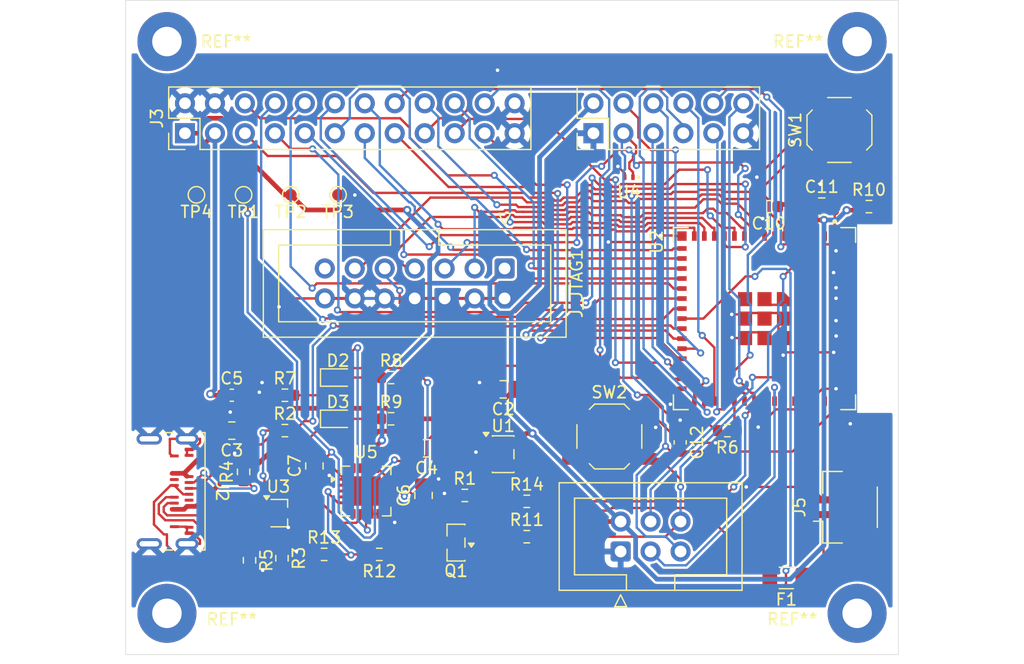
<source format=kicad_pcb>
(kicad_pcb (version 20241229) (generator "pcbnew") (generator_version "9.0")
  (layers (0 "F.Cu" signal) (2 "B.Cu" signal) (13 "F.Paste" user) (15 "B.Paste" user) (5 "F.SilkS" user "F.Silkscreen") (7 "B.SilkS" user "B.Silkscreen") (1 "F.Mask" user) (3 "B.Mask" user) (25 "Edge.Cuts" user))
  (net 0 "")
  (net 2 "VBUS_5V")
  (net 4 "Net-(J2-D+-PadA6)")
  (net 5 "GND_LOGIC")
  (net 6 "VLOGIC_3V3")
  (net 7 "Net-(J2-D--PadA7)")
  (net 8 "Net-(J2-CC2)")
  (net 11 "Net-(J2-CC1)")
  (net 12 "Net-(U2-IO20)")
  (net 13 "Net-(U2-IO19)")
  (net 14 "/02_MCU/nRESET")
  (net 15 "/02_MCU/JTAG_TDO")
  (net 16 "/01_Power/BAT_1S")
  (net 17 "/02_MCU/JTAG_TMS")
  (net 18 "/02_MCU/JTAG_TDI")
  (net 19 "/02_MCU/JTAG_TCK")
  (net 20 "/01_Power/SYS")
  (net 21 "/02_MCU/I2C_SCL")
  (net 22 "/02_MCU/SPI_MISO")
  (net 23 "/02_MCU/SPI_CS1")
  (net 24 "/02_MCU/UART1_RX")
  (net 25 "/02_MCU/SPI_MOSI")
  (net 26 "/02_MCU/SPI_SCK")
  (net 27 "/02_MCU/UART_RTS")
  (net 28 "/02_MCU/ADC_A3")
  (net 29 "/02_MCU/UART1_TX")
  (net 30 "/02_MCU/ADC_A2")
  (net 31 "/02_MCU/AOUT2_PWM")
  (net 32 "/02_MCU/UART_CTS")
  (net 33 "/02_MCU/SPI_CS0")
  (net 34 "/02_MCU/ADC_A0")
  (net 35 "/02_MCU/AOUT1_PWM")
  (net 36 "/02_MCU/ADC_A1")
  (net 37 "/02_MCU/I2C_SDA")
  (net 38 "/02_MCU/UART0_TX")
  (net 39 "/02_MCU/UART0_RX")
  (net 40 "/02_MCU/BOOT")
  (net 41 "/02_MCU/GPIO40_IN")
  (net 42 "/02_MCU/GPIO41_IN")
  (net 43 "/02_MCU/IRQ_IN")
  (net 44 "/02_MCU/GPIO38")
  (net 45 "/02_MCU/GPIO37")
  (net 46 "/02_MCU/GPIO36")
  (net 47 "/02_MCU/GPIO33")
  (net 48 "/02_MCU/GPIO35")
  (net 49 "/02_MCU/GPIO26")
  (net 52 "Net-(U2-IO39)")
  (net 53 "Net-(D2-K)")
  (net 54 "Net-(D2-A)")
  (net 55 "Net-(D3-A)")
  (net 56 "Net-(D3-K)")
  (net 57 "Net-(Q1-S)")
  (net 58 "Net-(J5-Pin_1)")
  (net 60 "Net-(Q1-G)")
  (net 61 "Net-(U5-PROG1)")
  (net 62 "Net-(U5-THERM)")
  (net 63 "GPIO42_SYS_EN")
  (footprint "LED_SMD:LED_0603_1608Metric" (layer "F.Cu") (at 149 94)
    (property "Reference" "D3")
    (property "Value" "LED")
  )
  (footprint "Resistor_SMD:R_0603_1608Metric" (layer "F.Cu") (at 144.5 92)
    (property "Reference" "R7")
    (property "Value" "2k")
  )
  (footprint "Resistor_SMD:R_0603_1608Metric" (layer "F.Cu") (at 153.5 94)
    (property "Reference" "R9")
    (property "Value" "1K")
  )
  (footprint "Resistor_SMD:R_0603_1608Metric" (layer "F.Cu") (at 153.5 90.5)
    (property "Reference" "R8")
    (property "Value" "1K")
  )
  (footprint "Resistor_SMD:R_0603_1608Metric" (layer "F.Cu") (at 152.5 105.5 180)
    (property "Reference" "R12")
    (property "Value" "10k")
  )
  (footprint "Capacitor_SMD:C_0603_1608Metric" (layer "F.Cu") (at 178 96 -90)
    (property "Reference" "C12")
    (property "Value" "100nF")
  )
  (footprint "Resistor_SMD:R_0603_1608Metric" (layer "F.Cu") (at 144.25 105.825 -90)
    (property "Reference" "R3")
    (property "Value" "22")
  )
  (footprint "Capacitor_SMD:C_0805_2012Metric" (layer "F.Cu") (at 156.25 100.5 90)
    (property "Reference" "C6")
    (property "Value" "10uF")
  )
  (footprint "LED_SMD:LED_0603_1608Metric" (layer "F.Cu") (at 149 90.5)
    (property "Reference" "D2")
    (property "Value" "LED")
  )
  (footprint "MountingHole:MountingHole_2.5mm_Pad_TopBottom" (layer "F.Cu") (at 134.5 62)
    (property "Reference" "REF**")
    (property "Value" "MountingHole_2.5mm_Pad_TopBottom")
  )
  (footprint "Package_TO_SOT_SMD:SOT-323_SC-70" (layer "F.Cu") (at 144 102)
    (property "Reference" "U3")
    (property "Value" "TPD2E2U06DCK" (hide yes))
  )
  (footprint "Resistor_SMD:R_0603_1608Metric" (layer "F.Cu") (at 159.75 100.5)
    (property "Reference" "R1")
    (property "Value" "100k")
  )
  (footprint "Button_Switch_SMD:SW_SPST_TL3342" (layer "F.Cu") (at 191.5 69.5 90)
    (property "Reference" "SW1")
    (property "Value" "SW_Push" (hide yes))
  )
  (footprint "Resistor_SMD:R_0603_1608Metric" (layer "F.Cu") (at 141 98.5 90)
    (property "Reference" "R4")
    (property "Value" "5,1k")
  )
  (footprint "Fuse:Fuse_1206_3216Metric" (layer "F.Cu") (at 187 107.5 180)
    (property "Reference" "F1")
    (property "Value" "Fuse")
  )
  (footprint "Capacitor_SMD:C_0603_1608Metric" (layer "F.Cu") (at 185.5 76 180)
    (property "Reference" "C10")
    (property "Value" "100nF")
  )
  (footprint "Package_TO_SOT_SMD:SOT-23" (layer "F.Cu") (at 159 104.5 180)
    (property "Reference" "Q1")
    (property "Value" "AO3401A" (hide yes))
  )
  (footprint "Resistor_SMD:R_0603_1608Metric" (layer "F.Cu") (at 182 95 180)
    (property "Reference" "R6")
    (property "Value" "100")
  )
  (footprint "MountingHole:MountingHole_2.5mm_Pad_TopBottom" (layer "F.Cu") (at 193 62)
    (property "Reference" "REF**")
    (property "Value" "MountingHole_2.5mm_Pad_TopBottom")
  )
  (footprint "Button_Switch_SMD:SW_SPST_TL3342" (layer "F.Cu") (at 172 95.5)
    (property "Reference" "SW2")
    (property "Value" "SW_Push" (hide yes))
  )
  (footprint "Capacitor_SMD:C_0805_2012Metric" (layer "F.Cu") (at 140 95 180)
    (property "Reference" "C3")
    (property "Value" "10uF")
  )
  (footprint "Package_TO_SOT_SMD:SOT-23-5" (layer "F.Cu") (at 163 97)
    (property "Reference" "U1")
    (property "Value" "AP2112K-3.3" (hide yes))
  )
  (footprint "TestPoint:TestPoint_Pad_D1.0mm" (layer "F.Cu") (at 137 75 180)
    (property "Reference" "TP4")
    (property "Value" "TP_VBUS" (hide yes))
  )
  (footprint "Connector_USB:USB_C_Receptacle_Amphenol_124019772112A" (layer "F.Cu") (at 133.175 100.15 -90)
    (property "Reference" "J2")
    (property "Value" "USB_C_Receptacle_USB2.0_16P" (hide yes))
  )
  (footprint "Connector_Molex:Molex_CLIK-Mate_502386-0270_1x02-1MP_P1.25mm_Horizontal" (layer "F.Cu") (at 192 101.5 90)
    (property "Reference" "J5")
    (property "Value" "Conn_01x02" (hide yes))
  )
  (footprint "Connector_IDC:IDC-Header_2x07_P2.54mm_Vertical" (layer "F.Cu") (at 163.12 81.2475 -90)
    (property "Reference" "J_JTAG1")
    (property "Value" "Conn_02x07_Odd_Even" (hide yes))
  )
  (footprint "Package_DFN_QFN:QFN-20-1EP_4x4mm_P0.5mm_EP2.5x2.5mm" (layer "F.Cu") (at 151.375 100.125)
    (property "Reference" "U5")
    (property "Value" "MCP73871-2AA" (hide yes))
  )
  (footprint "Capacitor_SMD:C_0603_1608Metric" (layer "F.Cu") (at 140 92)
    (property "Reference" "C5")
    (property "Value" "100nF")
  )
  (footprint "Capacitor_SMD:C_0805_2012Metric" (layer "F.Cu") (at 147 98 90)
    (property "Reference" "C7")
    (property "Value" "22uF")
  )
  (footprint "Package_SON:Texas_DPY0002A_0.6x1mm_P0.65mm" (layer "F.Cu") (at 173.65 73.5 180)
    (property "Reference" "U4")
    (property "Value" "TPD1E05U06DPY" (hide yes))
  )
  (footprint "MountingHole:MountingHole_2.5mm_Pad_TopBottom" (layer "F.Cu") (at 134.5 110.5)
    (property "Reference" "REF**")
    (property "Value" "MountingHole_2.5mm_Pad_TopBottom")
  )
  (footprint "TestPoint:TestPoint_Pad_D1.0mm" (layer "F.Cu") (at 149 75 180)
    (property "Reference" "TP3")
    (property "Value" "TestPoint" (hide yes))
  )
  (footprint "Connector_IDC:IDC-Header_2x03_P2.54mm_Vertical" (layer "F.Cu") (at 172.955 105.2525 90)
    (property "Reference" "J_ProgUART0_1" (hide yes))
    (property "Value" "Conn_02x03_Top_Bottom" (hide yes))
  )
  (footprint "Resistor_SMD:R_0603_1608Metric" (layer "F.Cu") (at 144.5 95)
    (property "Reference" "R2")
    (property "Value" "22")
  )
  (footprint "Connector_PinHeader_2.54mm:PinHeader_2x06_P2.54mm_Vertical" (layer "F.Cu") (at 170.65 69.775 90)
    (property "Reference" "J4" (hide yes))
    (property "Value" "Conn_02x06_Odd_Even" (hide yes))
  )
  (footprint "Resistor_SMD:R_0603_1608Metric" (layer "F.Cu") (at 165 101)
    (property "Reference" "R14")
    (property "Value" "100")
  )
  (footprint "Resistor_SMD:R_0603_1608Metric" (layer "F.Cu") (at 147.825 105.5)
    (property "Reference" "R13")
    (property "Value" "10k")
  )
  (footprint "Capacitor_SMD:C_0805_2012Metric" (layer "F.Cu") (at 190 76)
    (property "Reference" "C11")
    (property "Value" "10uF")
  )
  (footprint "Capacitor_SMD:C_0805_2012Metric" (layer "F.Cu") (at 156.5 96.5 180)
    (property "Reference" "C4")
    (property "Value" "10uF")
  )
  (footprint "Capacitor_SMD:C_0805_2012Metric" (layer "F.Cu") (at 163 91.5 180)
    (property "Reference" "C2")
    (property "Value" "10uF")
  )
  (footprint "TestPoint:TestPoint_Pad_D1.0mm" (layer "F.Cu") (at 145 75 180)
    (property "Reference" "TP2")
    (property "Value" "TestPoint" (hide yes))
  )
  (footprint "MountingHole:MountingHole_2.5mm_Pad_TopBottom" (layer "F.Cu") (at 193 110.5)
    (property "Reference" "REF**")
    (property "Value" "MountingHole_2.5mm_Pad_TopBottom")
  )
  (footprint "Resistor_SMD:R_0603_1608Metric" (layer "F.Cu") (at 165 104)
    (property "Reference" "R11")
    (property "Value" "10k")
  )
  (footprint "Resistor_SMD:R_0603_1608Metric" (layer "F.Cu") (at 194 76)
    (property "Reference" "R10")
    (property "Value" "10k")
  )
  (footprint "Connector_PinHeader_2.54mm:PinHeader_2x12_P2.54mm_Vertical" (layer "F.Cu") (at 136.03 69.775 90)
    (property "Reference" "J3")
    (property "Value" "Conn_02x12_Odd_Even" (hide yes))
  )
  (footprint "Resistor_SMD:R_0603_1608Metric" (layer "F.Cu") (at 141.5 106 -90)
    (property "Reference" "R5")
    (property "Value" "5,1k")
  )
  (footprint "ESP32-S3-MINI-1U-N8:XCVR_ESP32-S3-MINI-1U-N8" (layer "F.Cu") (at 185.15 85.5 -90)
    (property "Reference" "U2")
    (property "Value" "ESP32-S3-MINI-1U" (hide yes))
  )
  (footprint "TestPoint:TestPoint_Pad_D1.0mm" (layer "F.Cu") (at 141 75 180)
    (property "Reference" "TP1")
    (property "Value" "TestPoint" (hide yes))
  )
  (gr_rect (start 131 58.5) (end 196.5 114) (stroke (width 0.05)) (fill no) (layer "Edge.Cuts"))
  (segment (start 136.2 101.4271) (end 136.2 101.4) (width 0.2502) (layer "F.Cu") (net 2))
  (segment (start 140 98.5) (end 141.5543 98.5) (width 0.4) (layer "F.Cu") (net 2))
  (segment (start 137 75) (end 137 71.345) (width 0.4) (layer "F.Cu") (net 2))
  (segment (start 139.05 95.5229) (end 135.95 98.6229) (width 0.4) (layer "F.Cu") (net 2))
  (segment (start 153.1152 93.1084) (end 153.5 93.4932) (width 0.4) (layer "F.Cu") (net 2))
  (segment (start 139.75 98.75) (end 140 98.5) (width 0.4) (layer "F.Cu") (net 2))
  (segment (start 143.2348 90.1875) (end 144.5225 91.4752) (width 0.4) (layer "F.Cu") (net 2))
  (segment (start 136.2 101.4271) (end 135.95 101.6771) (width 0.4) (layer "F.Cu") (net 2))
  (segment (start 150.875 98.1875) (end 151.25 98.1875) (width 0.2502) (layer "F.Cu") (net 2))
  (segment (start 141.0375 90.1875) (end 143.2348 90.1875) (width 0.4) (layer "F.Cu") (net 2))
  (segment (start 153.5 93.4932) (end 153.5 95.0541) (width 0.4) (layer "F.Cu") (net 2))
  (segment (start 137 71.345) (end 138.57 69.775) (width 0.4) (layer "F.Cu") (net 2))
  (segment (start 139.05 92.175) (end 139.05 95) (width 0.4) (layer "F.Cu") (net 2))
  (segment (start 135.95 98.6229) (end 136.2 98.8729) (width 0.4) (layer "F.Cu") (net 2))
  (segment (start 151.25 98.1875) (end 151.375 98.1875) (width 0.2502) (layer "F.Cu") (net 2))
  (segment (start 136.2 101.4271) (end 136.9235 101.4271) (width 0.4) (layer "F.Cu") (net 2))
  (segment (start 153.5 95.0541) (end 154.9459 96.5) (width 0.4) (layer "F.Cu") (net 2))
  (segment (start 139.05 95) (end 139.05 95.5229) (width 0.4) (layer "F.Cu") (net 2))
  (segment (start 138.2822 92) (end 138.1806 91.8984) (width 0.4) (layer "F.Cu") (net 2))
  (segment (start 144.5225 92.5246) (end 145.1063 93.1084) (width 0.4) (layer "F.Cu") (net 2))
  (segment (start 136.9235 101.4271) (end 136.9754 101.3752) (width 0.4) (layer "F.Cu") (net 2))
  (segment (start 151.25 98.1875) (end 151.25 96.2352) (width 0.4) (layer "F.Cu") (net 2))
  (segment (start 154.9459 96.5) (end 155.55 96.5) (width 0.4) (layer "F.Cu") (net 2))
  (segment (start 144.4775 95.5768) (end 144.4775 93.7372) (width 0.4) (layer "F.Cu") (net 2))
  (segment (start 139.225 92) (end 138.2822 92) (width 0.4) (layer "F.Cu") (net 2))
  (segment (start 144.5225 91.4752) (end 144.5225 92.5246) (width 0.4) (layer "F.Cu") (net 2))
  (segment (start 134.95 98.6229) (end 134.95 98.65) (width 0.2502) (layer "F.Cu") (net 2))
  (segment (start 145.1063 93.1084) (end 153.1152 93.1084) (width 0.4) (layer "F.Cu") (net 2))
  (segment (start 152.4311 95.0541) (end 153.5 95.0541) (width 0.4) (layer "F.Cu") (net 2))
  (segment (start 139.225 92) (end 139.05 92.175) (width 0.4) (layer "F.Cu") (net 2))
  (segment (start 139.225 92) (end 141.0375 90.1875) (width 0.4) (layer "F.Cu") (net 2))
  (segment (start 135.95 101.6771) (end 134.95 101.6771) (width 0.4) (layer "F.Cu") (net 2))
  (segment (start 151.25 96.2352) (end 152.4311 95.0541) (width 0.4) (layer "F.Cu") (net 2))
  (segment (start 134.95 98.6229) (end 135.95 98.6229) (width 0.4) (layer "F.Cu") (net 2))
  (segment (start 134.95 101.6771) (end 134.95 101.65) (width 0.2502) (layer "F.Cu") (net 2))
  (segment (start 141.5543 98.5) (end 144.4775 95.5768) (width 0.4) (layer "F.Cu") (net 2))
  (segment (start 144.4775 93.7372) (end 145.1063 93.1084) (width 0.4) (layer "F.Cu") (net 2))
  (segment (start 137.2125 101.2875) (end 139.7875 98.7125) (width 0.4) (layer "F.Cu") (net 2))
  (segment (start 136.2 98.8729) (end 136.2 98.9) (width 0.2502) (layer "F.Cu") (net 2))
  (via (at 138.1806 91.8984) (size 0.7) (drill 0.4) (layers "F.Cu" "B.Cu") (net 2))
  (segment (start 138.57 91.509) (end 138.1806 91.8984) (width 0.4) (layer "B.Cu") (net 2))
  (segment (start 138.57 69.775) (end 138.57 91.509) (width 0.4) (layer "B.Cu") (net 2))
  (segment (start 138.2157 98.8358) (end 138.2157 98.0609) (width 0.2) (layer "F.Cu") (net 4))
  (segment (start 142.8247 95) (end 143.675 95) (width 0.2) (layer "F.Cu") (net 4))
  (segment (start 142.7655 98.9527) (end 142.646 98.8332) (width 0.2) (layer "F.Cu") (net 4))
  (segment (start 142.4951 96.1799) (end 143.675 95) (width 0.2) (layer "F.Cu") (net 4))
  (segment (start 134.3631 102.6059) (end 136.7486 102.6059) (width 0.2) (layer "F.Cu") (net 4))
  (segment (start 142.7655 101.35) (end 142.7655 98.9527) (width 0.2) (layer "F.Cu") (net 4))
  (segment (start 142.3128 105.6061) (end 142.3128 101.8027) (width 0.2) (layer "F.Cu") (net 4))
  (segment (start 133.8116 102.0544) (end 134.3631 102.6059) (width 0.2) (layer "F.Cu") (net 4))
  (segment (start 137.1515 99.9) (end 138.2157 98.8358) (width 0.2) (layer "F.Cu") (net 4))
  (segment (start 136.7486 102.6059) (end 140.0442 105.9015) (width 0.2) (layer "F.Cu") (net 4))
  (segment (start 140.0442 105.9015) (end 142.0174 105.9015) (width 0.2) (layer "F.Cu") (net 4))
  (segment (start 138.2157 98.0609) (end 140.0967 96.1799) (width 0.2) (layer "F.Cu") (net 4))
  (segment (start 140.0967 96.1799) (end 142.4951 96.1799) (width 0.2) (layer "F.Cu") (net 4))
  (segment (start 143 101.35) (end 142.7655 101.35) (width 0.2) (layer "F.Cu") (net 4))
  (segment (start 134.95 100.65) (end 134.4174 100.65) (width 0.2) (layer "F.Cu") (net 4))
  (segment (start 142.646 95.1787) (end 142.8247 95) (width 0.2) (layer "F.Cu") (net 4))
  (segment (start 142.3128 101.8027) (end 142.7655 101.35) (width 0.2) (layer "F.Cu") (net 4))
  (segment (start 134.4174 100.65) (end 133.8116 101.2558) (width 0.2) (layer "F.Cu") (net 4))
  (segment (start 142.0174 105.9015) (end 142.3128 105.6061) (width 0.2) (layer "F.Cu") (net 4))
  (segment (start 133.8116 101.2558) (end 133.8116 102.0544) (width 0.2) (layer "F.Cu") (net 4))
  (segment (start 136.2 99.9) (end 137.1515 99.9) (width 0.2) (layer "F.Cu") (net 4))
  (via (at 142.646 98.8332) (size 0.6) (drill 0.3) (layers "F.Cu" "B.Cu") (net 4))
  (via (at 142.646 95.1787) (size 0.6) (drill 0.3) (layers "F.Cu" "B.Cu") (net 4))
  (segment (start 142.646 98.8332) (end 142.646 95.1787) (width 0.2) (layer "B.Cu") (net 4))
  (segment (start 137.3017 104.6) (end 137.3017 104.2782) (width 0.2) (layer "F.Cu") (net 5))
  (segment (start 151.375 100.125) (end 149.4375 100.125) (width 0.2) (layer "F.Cu") (net 5))
  (segment (start 185.15 85.5) (end 185.6267 85.0233) (width 0.2) (layer "F.Cu") (net 5))
  (segment (start 191.1358 88.3625) (end 191.4483 88.05) (width 0.2) (layer "F.Cu") (net 5))
  (segment (start 144.7125 83.7875) (end 144 84.5) (width 0.2) (layer "F.Cu") (net 5))
  (segment (start 192.15 90.6) (end 192.15 91.45) (width 0.2) (layer "F.Cu") (net 5))
  (segment (start 189.4 92.1) (end 190.05 91.45) (width 0.2) (layer "F.Cu") (net 5))
  (segment (start 134.7483 96.9483) (end 134.95 97.15) (width 0.2) (layer "F.Cu") (net 5))
  (segment (start 177.25 95.225) (end 178 95.225) (width 0.2) (layer "F.Cu") (net 5))
  (segment (start 191.212 83.775) (end 191.4233 83.775) (width 0.2) (layer "F.Cu") (net 5))
  (segment (start 191.0052 81.5937) (end 191.1046 81.5937) (width 0.2) (layer "F.Cu") (net 5))
  (segment (start 147.1481 98.8019) (end 147 98.95) (width 0.2) (layer "F.Cu") (net 5))
  (segment (start 192.15 94.1561) (end 192.15 92.5) (width 0.2) (layer "F.Cu") (net 5))
  (segment (start 183.5 85.5) (end 183.3697 85.5) (width 0.2) (layer "F.Cu") (net 5))
  (segment (start 148.2603 98.8019) (end 147.1481 98.8019) (width 0.2) (layer "F.Cu") (net 5))
  (segment (start 142.6153 106.8459) (end 141.5209 106.8459) (width 0.2) (layer "F.Cu") (net 5))
  (segment (start 144.7845 103.2127) (end 145 102.9972) (width 0.2) (layer "F.Cu") (net 5))
  (segment (start 146.7246 105.2246) (end 147 105.5) (width 0.2) (layer "F.Cu") (net 5))
  (segment (start 151.875 102.0625) (end 152.375 102.0625) (width 0.2) (layer "F.Cu") (net 5))
  (segment (start 139.8659 93.4301) (end 140.95 94.5142) (width 0.2) (layer "F.Cu") (net 5))
  (segment (start 192.15 87.2) (end 191.4483 87.2) (width 0.2) (layer "F.Cu") (net 5))
  (segment (start 191.212 79.75) (end 191.4483 79.75) (width 0.2) (layer "F.Cu") (net 5))
  (segment (start 191.9 82.95) (end 191.4483 82.95) (width 0.2) (layer "F.Cu") (net 5))
  (segment (start 168.85 90.35) (end 168.85 93.6) (width 0.2) (layer "F.Cu") (net 5))
  (segment (start 140.2433 96.9182) (end 140.2433 97.0146) (width 0.2) (layer "F.Cu") (net 5))
  (segment (start 191.4483 86.7933) (end 191.4483 86.35) (width 0.2) (layer "F.Cu") (net 5))
  (segment (start 175.9278 94.3778) (end 175.15 93.6) (width 0.2) (layer "F.Cu") (net 5))
  (segment (start 136.7235 103.7) (end 136.2 103.7) (width 0.2) (layer "F.Cu") (net 5))
  (segment (start 158.04 83.7875) (end 160.58 83.7875) (width 0.25) (layer "F.Cu") (net 5))
  (segment (start 191.4483 78.1466) (end 191.4483 78.5) (width 0.2) (layer "F.Cu") (net 5))
  (segment (start 192.15 78.5) (end 191.4483 78.5) (width 0.2) (layer "F.Cu") (net 5))
  (segment (start 160.9951 90.925) (end 160.9951 89.5049) (width 0.2) (layer "F.Cu") (net 5))
  (segment (start 189.6 66.35) (end 189.6 65.1983) (width 0.2) (layer "F.Cu") (net 5))
  (segment (start 178.15 78.5) (end 177.4483 78.5) (width 0.2) (layer "F.Cu") (net 5))
  (segment (start 191.212 91.45) (end 192.15 91.45) (width 0.2) (layer "F.Cu") (net 5))
  (segment (start 183.5 87.15) (end 182.5983 87.15) (width 0.2) (layer "F.Cu") (net 5))
  (segment (start 186.3233 84.3267) (end 185.6267 84.3267) (width 0.2) (layer "F.Cu") (net 5))
  (segment (start 192.15 83.8) (end 191.7992 83.8) (width 0.2) (layer "F.Cu") (net 5))
  (segment (start 191.1 76.15) (end 191.1 77.7983) (width 0.2) (layer "F.Cu") (net 5))
  (segment (start 191.525 86.975) (end 191.607 86.893) (width 0.2) (layer "F.Cu") (net 5))
  (segment (start 191.5067 86.8517) (end 191.4483 86.7933) (width 0.2) (layer "F.Cu") (net 5))
  (segment (start 147.88 83.7875) (end 144.7125 83.7875) (width 0.2) (layer "F.Cu") (net 5))
  (segment (start 160.9951 90.925) (end 161.475 90.925) (width 0.2) (layer "F.Cu") (net 5))
  (segment (start 136.15 103.15) (end 136.2 103.2) (width 0.2) (layer "F.Cu") (net 5))
  (segment (start 145 102.9972) (end 145 102) (width 0.2) (layer "F.Cu") (net 5))
  (segment (start 188.8317 64.43) (end 189.6 65.1983) (width 0.2) (layer "F.Cu") (net 5))
  (segment (start 149.017 75.017) (end 149 75) (width 0.2) (layer "F.Cu") (net 5))
  (segment (start 137.3017 95.7) (end 137.3017 96.0218) (width 0.2) (layer "F.Cu") (net 5))
  (segment (start 191.1 78.5) (end 191.1 77.7983) (width 0.2) (layer "F.Cu") (net 5))
  (segment (start 177.3963 78.448) (end 177.4483 78.5) (width 0.2) (layer "F.Cu") (net 5))
  (segment (start 160.688 96.825) (end 161.6875 96.825) (width 0.2) (layer "F.Cu") (net 5))
  (segment (start 191.4483 86.975) (end 191.4483 87.2) (width 0.2) (layer "F.Cu") (net 5))
  (segment (start 136.025 104.6) (end 137.3017 104.6) (width 0.2) (layer "F.Cu") (net 5))
  (segment (start 182.3962 87.112) (end 182.5603 87.112) (width 0.2) (layer "F.Cu") (net 5))
  (segment (start 161.6875 96.825) (end 161.8625 97) (width 0.2) (layer "F.Cu") (net 5))
  (segment (start 137.3017 96.0218) (end 136.7235 96.6) (width 0.2) (layer "F.Cu") (net 5))
  (segment (start 140.2433 97.0146) (end 140.3396 97.0146) (width 0.2) (layer "F.Cu") (net 5))
  (segment (start 175.9278 94.725) (end 175.9278 94.3778) (width 0.2) (layer "F.Cu") (net 5))
  (segment (start 150.427 75.017) (end 149.017 75.017) (width 0.2) (layer "F.Cu") (net 5))
  (segment (start 175.625 93.6) (end 177.25 95.225) (width 0.2) (layer "F.Cu") (net 5))
  (segment (start 188.55 93.2017) (end 186.1173 93.2017) (width 0.2) (layer "F.Cu") (net 5))
  (segment (start 186.7302 88.6) (end 186.9677 88.3625) (width 0.2) (layer "F.Cu") (net 5))
  (segment (start 161 89.5) (end 168 89.5) (width 0.2) (layer "F.Cu") (net 5))
  (segment (start 142.3298 91.7466) (end 142.0764 92) (width 0.2) (layer "F.Cu") (net 5))
  (segment (start 183.9767 85.0233) (end 184.6733 85.0233) (width 0.2) (layer "F.Cu") (net 5))
  (segment (start 191.4483 79.75) (end 191.4483 79.55) (width 0.2) (layer "F.Cu") (net 5))
  (segment (start 184.6625 86.6625) (end 185.15 87.15) (width 0.2) (layer "F.Cu") (net 5))
  (segment (start 191.4483 86.975) (end 191.525 86.975) (width 0.2) (layer "F.Cu") (net 5))
  (segment (start 192.15 80.4) (end 191.4483 80.4) (width 0.2) (layer "F.Cu") (net 5))
  (segment (start 191.4483 84.1509) (end 191.4483 84.65) (width 0.2) (layer "F.Cu") (net 5))
  (segment (start 136.7235 96.6) (end 136.2 96.6) (width 0.2) (layer "F.Cu") (net 5))
  (segment (start 183.0125 85.1428) (end 183.0125 84.3375) (width 0.2) (layer "F.Cu") (net 5))
  (segment (start 186.324 85.976) (end 186.8 85.5) (width 0.2) (layer "F.Cu") (net 5))
  (segment (start 178.8109 96.0359) (end 178 95.225) (width 0.2) (layer "F.Cu") (net 5))
  (segment (start 186.7302 88.6) (end 186.7302 87.2198) (width 0.2) (layer "F.Cu") (net 5))
  (segment (start 192.15 90.6) (end 192.15 89.75) (width 0.2) (layer "F.Cu") (net 5))
  (segment (start 187.5 70.5) (end 184.5 73.5) (width 0.2) (layer "F.Cu") (net 5))
  (segment (start 178.15 92.5) (end 177.4483 92.5) (width 0.2) (layer "F.Cu") (net 5))
  (segment (start 141.5209 106.8459) (end 141.5 106.825) (width 0.2) (layer "F.Cu") (net 5))
  (segment (start 191.607 86.8929) (end 191.5658 86.8517) (width 0.2) (layer "F.Cu") (net 5))
  (segment (start 191.7992 83.8) (end 191.4483 84.1509) (width 0.2) (layer "F.Cu") (net 5))
  (segment (start 136.2 103.7) (end 136.2 103.2) (width 0.2) (layer "F.Cu") (net 5))
  (segment (start 192.15 84.65) (end 191.4483 84.65) (width 0.2) (layer "F.Cu") (net 5))
  (segment (start 190.05 91.45) (end 191.212 91.45) (width 0.2) (layer "F.Cu") (net 5))
  (segment (start 175.772509 79.002791) (end 176.3273 78.448) (width 0.2) (layer "F.Cu") (net 5))
  (segment (start 191.4483 82.4983) (end 191.4483 82.1) (width 0.2) (layer "F.Cu") (net 5))
  (segment (start 192.4189 94.425) (end 192.15 94.1561) (width 0.2) (layer "F.Cu") (net 5))
  (segment (start 192.15 85.5) (end 191.4483 85.5) (width 0.2) (layer "F.Cu") (net 5))
  (segment (start 140.3396 97.0146) (end 141 97.675) (width 0.2) (layer "F.Cu") (net 5))
  (segment (start 189.887 74.0887) (end 189.887 74.1) (width 0.2) (layer "F.Cu") (net 5))
  (segment (start 191.0108 88.3625) (end 191.1358 88.3625) (width 0.2) (layer "F.Cu") (net 5))
  (segment (start 191.4233 83.775) (end 191.4483 83.8) (width 0.2) (layer "F.Cu") (net 5))
  (segment (start 183.5997 99.775) (end 189.05 99.775) (width 0.2) (layer "F.Cu") (net 5))
  (segment (start 153.1 102.7875) (end 152.375 102.0625) (width 0.2) (layer "F.Cu") (net 5))
  (segment (start 183.3697 85.5) (end 183.0125 85.1428) (width 0.2) (layer "F.Cu") (net 5))
  (segment (start 177.1852 92.7631) (end 177.4483 92.5) (width 0.2) (layer "F.Cu") (net 5))
  (segment (start 158.7509 100.3259) (end 158.925 100.5) (width 0.2) (layer "F.Cu") (net 5))
  (segment (start 156.615 64.43) (end 153.81 67.235) (width 0.2) (layer "F.Cu") (net 5))
  (segment (start 136.2 97.1) (end 136.2 96.6) (width 0.2) (layer "F.Cu") (net 5))
  (segment (start 180.9978 96.0359) (end 178.8109 96.0359) (width 0.2) (layer "F.Cu") (net 5))
  (segment (start 182.5603 87.112) (end 182.5983 87.15) (width 0.2) (layer "F.Cu") (net 5))
  (segment (start 157.5247 99.1019) (end 157.45 99.1019) (width 0.2) (layer "F.Cu") (net 5))
  (segment (start 191.212 82.8875) (end 191.3858 82.8875) (width 0.2) (layer "F.Cu") (net 5))
  (segment (start 191.1 78.5) (end 191.1 79.2017) (width 0.2) (layer "F.Cu") (net 5))
  (segment (start 184.6733 85.0233) (end 185.15 85.5) (width 0.2) (layer "F.Cu") (net 5))
  (segment (start 191.1046 81.5937) (end 191.4483 81.25) (width 0.2) (layer "F.Cu") (net 5))
  (segment (start 192.15 88.05) (end 191.4483 88.05) (width 0.2) (layer "F.Cu") (net 5))
  (segment (start 161.475 90.925) (end 162.05 91.5) (width 0.2) (layer "F.Cu") (net 5))
  (segment (start 183.0125 85.1428) (end 182.3698 85.1428) (width 0.2) (layer "F.Cu") (net 5))
  (segment (start 151.875 100.625) (end 151.375 100.125) (width 0.2) (layer "F.Cu") (net 5))
  (segment (start 185.6267 84.3267) (end 185.15 83.85) (width 0.2) (layer "F.Cu") (net 5))
  (segment (start 189.4 92.5) (end 189.4 93.2017) (width 0.2) (layer "F.Cu") (net 5))
  (segment (start 186.1173 93.2017) (end 184.6159 94.7031) (width 0.2) (layer "F.Cu") (net 5))
  (segment (start 190.95 76) (end 191.1 76.15) (width 0.2) (layer "F.Cu") (net 5))
  (segment (start 192.15 89.75) (end 192.15 88.9) (width 0.2) (layer "F.Cu") (net 5))
  (segment (start 186.8 83.85) (end 186.3233 84.3267) (width 0.2) (layer "F.Cu") (net 5))
  (segment (start 191.4483 79.75) (end 191.4483 80.4) (width 0.2) (layer "F.Cu") (net 5))
  (segment (start 192.15 79.55) (end 191.4483 79.55) (width 0.2) (layer "F.Cu") (net 5))
  (segment (start 178 95.225) (end 178 94.1102) (width 0.2) (layer "F.Cu") (net 5))
  (segment (start 134.95 103.15) (end 136.15 103.15) (width 0.2) (layer "F.Cu") (net 5))
  (segment (start 142.0764 92) (end 140.775 92) (width 0.2) (layer "F.Cu") (net 5))
  (segment (start 189.887 74.1) (end 190.95 75.163) (width 0.2) (layer "F.Cu") (net 5))
  (segment (start 176.3273 78.448) (end 177.3963 78.448) (width 0.2) (layer "F.Cu") (net 5))
  (segment (start 192.15 82.95) (end 191.9 82.95) (width 0.2) (layer "F.Cu") (net 5))
  (segment (start 172.7232 72.5899) (end 173.3 73.1667) (width 0.2) (layer "F.Cu") (net 5))
  (segment (start 151.875 101.125) (end 151.875 100.625) (width 0.2) (layer "F.Cu") (net 5))
  (segment (start 183.9875 86.6625) (end 184.6625 86.6625) (width 0.2) (layer "F.Cu") (net 5))
  (segment (start 162.5189 64.43) (end 156.615 64.43) (width 0.2) (layer "F.Cu") (net 5))
  (segment (start 191.212 85.675) (end 191.2733 85.675) (width 0.2) (layer "F.Cu") (net 5))
  (segment (start 173.3 73.1667) (end 173.3 73.5) (width 0.2) (layer "F.Cu") (net 5))
  (segment (start 189.6 72.65) (end 189.6 73.8017) (width 0.2) (layer "F.Cu") (net 5))
  (segment (start 140.95 94.5142) (end 140.95 95) (width 0.2) (layer "F.Cu") (net 5))
  (segment (start 186.8 87.15) (end 186.324 86.674) (width 0.2) (layer "F.Cu") (net 5))
  (segment (start 190.25 78.5) (end 190.25 79.2017) (width 0.2) (layer "F.Cu") (net 5))
  (segment (start 136.025 95.7) (end 137.3017 95.7) (width 0.2) (layer "F.Cu") (net 5))
  (segment (start 151.875 102.0625) (end 151.875 101.125) (width 0.2) (layer "F.Cu") (net 5))
  (segment (start 134.7483 95.7) (end 134.7483 96.9483) (width 0.2) (layer "F.Cu") (net 5))
  (segment (start 191.5658 86.8517) (end 191.5067 86.8517) (width 0.2) (layer "F.Cu") (net 5))
  (segment (start 186.7302 87.2198) (end 186.8 87.15) (width 0.2) (layer "F.Cu") (net 5))
  (segment (start 183.5 85.5) (end 183.9767 85.0233) (width 0.2) (layer "F.Cu") (net 5))
  (segment (start 177.1722 92.7631) (end 177.1852 92.7631) (width 0.2) (layer "F.Cu") (net 5))
  (segment (start 183.5 87.15) (end 183.9875 86.6625) (width 0.2) (layer "F.Cu") (net 5))
  (segment (start 191.7992 83.8) (end 191.4483 83.8) (width 0.2) (layer "F.Cu") (net 5))
  (segment (start 162.5189 64.43) (end 188.8317 64.43) (width 0.2) (layer "F.Cu") (net 5))
  (segment (start 183.0125 84.3375) (end 183.5 83.85) (width 0.2) (layer "F.Cu") (net 5))
  (segment (start 191.2233 86.975) (end 191.4483 86.975) (width 0.2) (layer "F.Cu") (net 5))
  (segment (start 191.1 77.7983) (end 191.4483 78.1466) (width 0.2) (layer "F.Cu") (net 5))
  (segment (start 168 89.5) (end 168.85 90.35) (width 0.2) (layer "F.Cu") (net 5))
  (segment (start 158.04 83.7875) (end 155.5 83.7875) (width 0.25) (layer "F.Cu") (net 5))
  (segment (start 136.025 95.7) (end 134.7483 95.7) (width 0.2) (layer "F.Cu") (net 5))
  (segment (start 191.1 79.2017) (end 190.25 79.2017) (width 0.2) (layer "F.Cu") (net 5))
  (segment (start 190.95 75.163) (end 190.95 76) (width 0.2) (layer "F.Cu") (net 5))
  (segment (start 192.15 82.1) (end 191.4483 82.1) (width 0.2) (layer "F.Cu") (net 5))
  (segment (start 191.2733 85.675) (end 191.4483 85.5) (width 0.2) (layer "F.Cu") (net 5))
  (segment (start 184.9944 76.2694) (end 184.725 76) (width 0.2) (layer "F.Cu") (net 5))
  (segment (start 157.45 99.1019) (end 157.45 96.5) (width 0.2) (layer "F.Cu") (net 5))
  (segment (start 175.9278 94.725) (end 171.1267 94.725) (width 0.2) (layer "F.Cu") (net 5))
  (segment (start 153.8049 102.7875) (end 153.1 102.7875) (width 0.2) (layer "F.Cu") (net 5))
  (segment (start 189.4 92.5) (end 189.4 92.1) (width 0.2) (layer "F.Cu") (net 5))
  (segment (start 186.3233 85.0233) (end 186.8 85.5) (width 0.2) (layer "F.Cu") (net 5))
  (segment (start 191.9 82.95) (end 191.4483 82.4983) (width 0.2) (layer "F.Cu") (net 5))
  (segment (start 192.15 86.35) (end 191.4483 86.35) (width 0.2) (layer "F.Cu") (net 5))
  (segment (start 157.45 99.1019) (end 156.6981 99.1019) (width 0.2) (layer "F.Cu") (net 5))
  (segment (start 156.6981 99.1019) (end 156.25 99.55) (width 0.2) (layer "F.Cu") (net 5))
  (segment (start 160.58 83.7875) (end 163.12 83.7875) (width 0.25) (layer "F.Cu") (net 5))
  (segment (start 151.875 101.125) (end 153.3125 101.125) (width 0.2) (layer "F.Cu") (net 5))
  (segment (start 189.05 99.775) (end 190.15 100.875) (width 0.2) (layer "F.Cu") (net 5))
  (segment (start 150.42 83.7875) (end 147.88 83.7875) (width 0.25) (layer "F.Cu") (net 5))
  (segment (start 185.6267 85.0233) (end 186.3233 85.0233) (width 0.2) (layer "F.Cu") (net 5))
  (segment (start 192.15 81.25) (end 191.4483 81.25) (width 0.2) (layer "F.Cu") (net 5))
  (segment (start 171.1267 94.725) (end 170.0017 93.6) (width 0.2) (layer "F.Cu") (net 5))
  (segment (start 184.9944 77.0134) (end 184.9944 76.2694) (width 0.2) (layer "F.Cu") (net 5))
  (segment (start 175.15 93.6) (end 175.625 93.6) (width 0.2) (layer "F.Cu") (net 5))
  (segment (start 186.3233 85.0233) (end 186.3233 84.3267) (width 0.2) (layer "F.Cu") (net 5))
  (segment (start 188.55 92.5) (end 188.55 93.2017) (width 0.2) (layer "F.Cu") (net 5))
  (segment (start 189.4 93.2017) (end 188.55 93.2017) (width 0.2) (layer "F.Cu") (net 5))
  (segment (start 158.0221 100.3259) (end 158.7509 100.3259) (width 0.2) (layer "F.Cu") (net 5))
  (segment (start 186.7302 88.6) (end 186.8 88.5302) (width 0.2) (layer "F.Cu") (net 5))
  (segment (start 142.6 90.925) (end 143.675 92) (width 0.2) (layer "F.Cu") (net 5))
  (segment (start 137.3017 104.2782) (end 136.7235 103.7) (width 0.2) (layer "F.Cu") (net 5))
  (segment (start 168.85 93.6) (end 170.0017 93.6) (width 0.2) (layer "F.Cu") (net 5))
  (segment (start 145.4722 105.2246) (end 146.7246 105.2246) (width 0.2) (layer "F.Cu") (net 5))
  (segment (start 186.324 86.674) (end 186.324 85.976) (width 0.2) (layer "F.Cu") (net 5))
  (segment (start 171.9131 79.002791) (end 175.772509 79.002791) (width 0.2) (layer "F.Cu") (net 5))
  (segment (start 160.9951 89.5049) (end 161 89.5) (width 0.2) (layer "F.Cu") (net 5))
  (segment (start 142.5639 90.925) (end 142.6 90.925) (width 0.2) (layer "F.Cu") (net 5))
  (segment (start 189.6 73.8017) (end 189.887 74.0887) (width 0.2) (layer "F.Cu") (net 5))
  (segment (start 191.607 86.893) (end 191.607 86.8929) (width 0.2) (layer "F.Cu") (net 5))
  (segment (start 186.9677 88.3625) (end 191.0108 88.3625) (width 0.2) (layer "F.Cu") (net 5))
  (segment (start 191.3858 82.8875) (end 191.4483 82.95) (width 0.2) (layer "F.Cu") (net 5))
  (via (at 180.9978 96.0359) (size 0.6) (drill 0.3) (layers "F.Cu" "B.Cu") (net 5))
  (via (at 184.9944 77.0134) (size 0.6) (drill 0.3) (layers "F.Cu" "B.Cu") (net 5))
  (via (at 191.212 85.675) (size 0.6) (drill 0.3) (layers "F.Cu" "B.Cu") (net 5))
  (via (at 148.2603 98.8019) (size 0.6) (drill 0.3) (layers "F.Cu" "B.Cu") (net 5))
  (via (at 157.5247 99.1019) (size 0.6) (drill 0.3) (layers "F.Cu" "B.Cu") (net 5))
  (via (at 186.7302 88.6) (size 0.6) (drill 0.3) (layers "F.Cu" "B.Cu") (net 5))
  (via (at 158.0221 100.3259) (size 0.6) (drill 0.3) (layers "F.Cu" "B.Cu") (net 5))
  (via (at 191.212 82.8875) (size 0.6) (drill 0.3) (layers "F.Cu" "B.Cu") (net 5))
  (via (at 191.2233 86.975) (size 0.6) (drill 0.3) (layers "F.Cu" "B.Cu") (net 5))
  (via (at 191.0108 88.3625) (size 0.6) (drill 0.3) (layers "F.Cu" "B.Cu") (net 5))
  (via (at 189.887 74.1) (size 0.6) (drill 0.3) (layers "F.Cu" "B.Cu") (net 5))
  (via (at 162.5189 64.43) (size 0.6) (drill 0.3) (layers "F.Cu" "B.Cu") (net 5))
  (via (at 144 84.5) (size 0.6) (drill 0.3) (layers "F.Cu" "B.Cu") (net 5))
  (via (at 182.3962 87.112) (size 0.6) (drill 0.3) (layers "F.Cu" "B.Cu") (net 5))
  (via (at 144.7845 103.2127) (size 0.6) (drill 0.3) (layers "F.Cu" "B.Cu") (net 5))
  (via (at 140.2433 96.9182) (size 0.6) (drill 0.3) (layers "F.Cu" "B.Cu") (net 5))
  (via (at 145.4722 105.2246) (size 0.6) (drill 0.3) (layers "F.Cu" "B.Cu") (net 5))
  (via (at 171.9131 79.002791) (size 0.6) (drill 0.3) (layers "F.Cu" "B.Cu") (net 5))
  (via (at 160.688 96.825) (size 0.6) (drill 0.3) (layers "F.Cu" "B.Cu") (net 5))
  (via (at 184.5 73.5) (size 0.6) (drill 0.3) (layers "F.Cu" "B.Cu") (net 5))
  (via (at 184.6159 94.7031) (size 0.6) (drill 0.3) (layers "F.Cu" "B.Cu") (net 5))
  (via (at 142.5639 90.925) (size 0.6) (drill 0.3) (layers "F.Cu" "B.Cu") (net 5))
  (via (at 176.3273 78.448) (size 0.6) (drill 0.3) (layers "F.Cu" "B.Cu") (net 5))
  (via (at 191.212 79.75) (size 0.6) (drill 0.3) (layers "F.Cu" "B.Cu") (net 5))
  (via (at 160.9951 90.925) (size 0.6) (drill 0.3) (layers "F.Cu" "B.Cu") (net 5))
  (via (at 191.212 83.775) (size 0.6) (drill 0.3) (layers "F.Cu" "B.Cu") (net 5))
  (via (at 175.9278 94.725) (size 0.6) (drill 0.3) (layers "F.Cu" "B.Cu") (net 5))
  (via (at 142.3298 91.7466) (size 0.6) (drill 0.3) (layers "F.Cu" "B.Cu") (net 5))
  (via (at 150.427 75.017) (size 0.6) (drill 0.3) (layers "F.Cu" "B.Cu") (net 5))
  (via (at 139.8659 93.4301) (size 0.6) (drill 0.3) (layers "F.Cu" "B.Cu") (net 5))
  (via (at 142.6153 106.8459) (size 0.6) (drill 0.3) (layers "F.Cu" "B.Cu") (net 5))
  (via (at 187.5 70.5) (size 0.6) (drill 0.3) (layers "F.Cu" "B.Cu") (net 5))
  (via (at 172.7232 72.5899) (size 0.6) (drill 0.3) (layers "F.Cu" "B.Cu") (net 5))
  (via (at 182.3698 85.1428) (size 0.6) (drill 0.3) (layers "F.Cu" "B.Cu") (net 5))
  (via (at 191.0052 81.5937) (size 0.6) (drill 0.3) (layers "F.Cu" "B.Cu") (net 5))
  (via (at 192.4189 94.425) (size 0.6) (drill 0.3) (layers "F.Cu" "B.Cu") (net 5))
  (via (at 177.1722 92.7631) (size 0.6) (drill 0.3) (layers "F.Cu" "B.Cu") (net 5))
  (via (at 183.5997 99.775) (size 0.6) (drill 0.3) (layers "F.Cu" "B.Cu") (net 5))
  (via (at 153.8049 102.7875) (size 0.6) (drill 0.3) (layers "F.Cu" "B.Cu") (net 5))
  (via (at 191.212 91.45) (size 0.6) (drill 0.3) (layers "F.Cu" "B.Cu") (net 5))
  (via (at 178 94.1102) (size 0.6) (drill 0.3) (layers "F.Cu" "B.Cu") (net 5))
  (segment (start 155.5 83.7875) (end 152.96 83.7875) (width 0.25) (layer "B.Cu") (net 5))
  (segment (start 172.7232 72.5899) (end 172.7232 72.669557) (width 0.2) (layer "B.Cu") (net 5))
  (segment (start 189.887 74.1) (end 187.5 71.713) (width 0.2) (layer "B.Cu") (net 5))
  (segment (start 172.7232 72.669557) (end 171.9131 73.479657) (width 0.2) (layer "B.Cu") (net 5))
  (segment (start 187.5 71.713) (end 187.5 70.5) (width 0.2) (layer "B.Cu") (net 5))
  (segment (start 171.9131 73.479657) (end 171.9131 79.002791) (width 0.2) (layer "B.Cu") (net 5))
  (segment (start 152.96 83.7875) (end 150.42 83.7875) (width 0.25) (layer "B.Cu") (net 5))
  (segment (start 164.9474 95.2401) (end 164.1375 96.05) (width 0.4) (layer "F.Cu") (net 6))
  (segment (start 139.1361 68.505) (end 139.84 69.2089) (width 0.4) (layer "F.Cu") (net 6))
  (segment (start 189.4 76.35) (end 189.05 76) (width 0.4) (layer "F.Cu") (net 6))
  (segment (start 152.7232 95.8252) (end 151.875 96.6734) (width 0.4) (layer "F.Cu") (net 6))
  (segment (start 139.84 69.2089) (end 139.84 70.3756) (width 0.4) (layer "F.Cu") (net 6))
  (segment (start 138.0041 68.505) (end 139.1361 68.505) (width 0.4) (layer "F.Cu") (net 6))
  (segment (start 172.955 102.7125) (end 165.4625 102.7125) (width 0.4) (layer "F.Cu") (net 6))
  (segment (start 186.4562 75.8188) (end 186.275 76) (width 0.4) (layer "F.Cu") (net 6))
  (segment (start 151.875 97.3827) (end 151.875 98.1875) (width 0.2502) (layer "F.Cu") (net 6))
  (segment (start 163.95 91.5) (end 162.0875 93.3625) (width 0.4) (layer "F.Cu") (net 6))
  (segment (start 192.873 76.302) (end 193.175 76) (width 0.4) (layer "F.Cu") (net 6))
  (segment (start 188.6998 75.8188) (end 186.4562 75.8188) (width 0.4) (layer "F.Cu") (net 6))
  (segment (start 139.84 70.3756) (end 144.4644 75) (width 0.4) (layer "F.Cu") (net 6))
  (segment (start 154.0428 106.2178) (end 161.9572 106.2178) (width 0.4) (layer "F.Cu") (net 6))
  (segment (start 137.2817 69.775) (end 137.2817 69.2274) (width 0.4) (layer "F.Cu") (net 6))
  (segment (start 154.8607 76.2853) (end 146.2853 76.2853) (width 0.4) (layer "F.Cu") (net 6))
  (segment (start 189.4 76.519) (end 188.6998 75.8188) (width 0.4) (layer "F.Cu") (net 6))
  (segment (start 153.325 105.5) (end 154.0428 106.2178) (width 0.4) (layer "F.Cu") (net 6))
  (segment (start 165.4625 102.7125) (end 164.175 104) (width 0.4) (layer "F.Cu") (net 6))
  (segment (start 162.0875 94) (end 154.325 94) (width 0.4) (layer "F.Cu") (net 6))
  (segment (start 137.2817 69.2274) (end 138.0041 68.505) (width 0.4) (layer "F.Cu") (net 6))
  (segment (start 164.1375 96.05) (end 162.0875 94) (width 0.4) (layer "F.Cu") (net 6))
  (segment (start 146.2853 76.2853) (end 145 75) (width 0.4) (layer "F.Cu") (net 6))
  (segment (start 189.4 77.1328) (end 190.1899 77.1328) (width 0.4) (layer "F.Cu") (net 6))
  (segment (start 162.0875 93.3625) (end 162.0875 94) (width 0.4) (layer "F.Cu") (net 6))
  (segment (start 151.875 96.6734) (end 151.875 97.3827) (width 0.4) (layer "F.Cu") (net 6))
  (segment (start 189.4 78.5) (end 189.4 77.1328) (width 0.4) (layer "F.Cu") (net 6))
  (segment (start 144.4644 75) (end 145 75) (width 0.4) (layer "F.Cu") (net 6))
  (segment (start 189.4 77.1328) (end 189.4 76.35) (width 0.4) (layer "F.Cu") (net 6))
  (segment (start 189.4 77.1328) (end 189.4 76.519) (width 0.4) (layer "F.Cu") (net 6))
  (segment (start 154.325 94) (end 154.325 90.5) (width 0.4) (layer "F.Cu") (net 6))
  (segment (start 165.4826 95.2401) (end 164.9474 95.2401) (width 0.4) (layer "F.Cu") (net 6))
  (segment (start 192.1126 76.302) (end 192.873 76.302) (width 0.4) (layer "F.Cu") (net 6))
  (segment (start 136.03 69.775) (end 137.2817 69.775) (width 0.4) (layer "F.Cu") (net 6))
  (segment (start 161.9572 106.2178) (end 164.175 104) (width 0.4) (layer "F.Cu") (net 6))
  (via (at 154.8607 76.2853) (size 0.7) (drill 0.35) (layers "F.Cu" "B.Cu") (net 6))
  (via (at 152.7232 95.8252) (size 0.7) (drill 0.35) (layers "F.Cu" "B.Cu") (net 6))
  (via (at 190.1899 77.1328) (size 0.7) (drill 0.35) (layers "F.Cu" "B.Cu") (net 6))
  (via (at 192.1126 76.302) (size 0.7) (drill 0.35) (layers "F.Cu" "B.Cu") (net 6))
  (via (at 165.4826 95.2401) (size 0.7) (drill 0.35) (layers "F.Cu" "B.Cu") (net 6))
  (segment (start 156.7705 86.7364) (end 152.7232 90.7837) (width 0.4) (layer "B.Cu") (net 6))
  (segment (start 166.0861 71.7989) (end 170.65 67.235) (width 0.4) (layer "B.Cu") (net 6))
  (segment (start 174.2255 105.7979) (end 176.0337 107.6061) (width 0.4) (layer "B.Cu") (net 6))
  (segment (start 163.6854 85.0456) (end 163.6854 93.4429) (width 0.4) (layer "B.Cu") (net 6))
  (segment (start 187.3276 107.6061) (end 190.1899 104.7438) (width 0.4) (layer "B.Cu") (net 6))
  (segment (start 157.479 79.8719) (end 156.7705 80.5804) (width 0.4) (layer "B.Cu") (net 6))
  (segment (start 162.6075 85.0456) (end 161.8683 84.3064) (width 0.4) (layer "B.Cu") (net 6))
  (segment (start 190.1899 77.1328) (end 191.2818 77.1328) (width 0.4) (layer "B.Cu") (net 6))
  (segment (start 156.7705 80.5804) (end 156.7705 82.4992) (width 0.4) (layer "B.Cu") (net 6))
  (segment (start 154.8607 76.4975) (end 157.479 79.1158) (width 0.4) (layer "B.Cu") (net 6))
  (segment (start 163.6854 85.0456) (end 162.6075 85.0456) (width 0.4) (layer "B.Cu") (net 6))
  (segment (start 163.6854 93.4429) (end 165.4826 95.2401) (width 0.4) (layer "B.Cu") (net 6))
  (segment (start 152.7232 90.7837) (end 152.7232 95.8252) (width 0.4) (layer "B.Cu") (net 6))
  (segment (start 165.4826 95.2401) (end 172.955 102.7125) (width 0.4) (layer "B.Cu") (net 6))
  (segment (start 176.0337 107.6061) (end 187.3276 107.6061) (width 0.4) (layer "B.Cu") (net 6))
  (segment (start 161.8683 84.3064) (end 161.8683 82.4992) (width 0.4) (layer "B.Cu") (net 6))
  (segment (start 172.955 102.7125) (end 174.2255 103.983) (width 0.4) (layer "B.Cu") (net 6))
  (segment (start 154.8607 76.2853) (end 154.8607 76.4975) (width 0.4) (layer "B.Cu") (net 6))
  (segment (start 161.8683 82.4992) (end 163.12 81.2475) (width 0.4) (layer "B.Cu") (net 6))
  (segment (start 190.1899 104.7438) (end 190.1899 77.1328) (width 0.4) (layer "B.Cu") (net 6))
  (segment (start 166.0861 82.6449) (end 166.0861 71.7989) (width 0.4) (layer "B.Cu") (net 6))
  (segment (start 191.2818 77.1328) (end 192.1126 76.302) (width 0.4) (layer "B.Cu") (net 6))
  (segment (start 161.8683 82.4992) (end 156.7705 82.4992) (width 0.4) (layer "B.Cu") (net 6))
  (segment (start 174.2255 103.983) (end 174.2255 105.7979) (width 0.4) (layer "B.Cu") (net 6))
  (segment (start 163.6854 85.0456) (end 166.0861 82.6449) (width 0.4) (layer "B.Cu") (net 6))
  (segment (start 156.7705 82.4992) (end 156.7705 86.7364) (width 0.4) (layer "B.Cu") (net 6))
  (segment (start 157.479 79.1158) (end 157.479 79.8719) (width 0.4) (layer "B.Cu") (net 6))
  (segment (start 137.3411 107.5759) (end 134.5 104.7348) (width 0.2) (layer "F.Cu") (net 7))
  (segment (start 142.7777 107.5759) (end 137.3411 107.5759) (width 0.2) (layer "F.Cu") (net 7))
  (segment (start 134.2432 103.8061) (end 133.4008 102.9637) (width 0.2) (layer "F.Cu") (net 7))
  (segment (start 144.25 105) (end 143.4645 105.7855) (width 0.2) (layer "F.Cu") (net 7))
  (segment (start 134.8098 99.65) (end 134.95 99.65) (width 0.2) (layer "F.Cu") (net 7))
  (segment (start 135.875 100.4) (end 135.125 99.65) (width 0.2) (layer "F.Cu") (net 7))
  (segment (start 144.25 103.9) (end 144.25 105) (width 0.2) (layer "F.Cu") (net 7))
  (segment (start 143.4645 105.7855) (end 143.4645 106.8891) (width 0.2) (layer "F.Cu") (net 7))
  (segment (start 134.5 104.7348) (end 134.5 104.478) (width 0.2) (layer "F.Cu") (net 7))
  (segment (start 133.4008 101.059) (end 134.8098 99.65) (width 0.2) (layer "F.Cu") (net 7))
  (segment (start 133.4008 102.9637) (end 133.4008 101.059) (width 0.2) (layer "F.Cu") (net 7))
  (segment (start 143.4645 106.8891) (end 142.7777 107.5759) (width 0.2) (layer "F.Cu") (net 7))
  (segment (start 136.375 100.4) (end 135.875 100.4) (width 0.2) (layer "F.Cu") (net 7))
  (segment (start 134.5 104.478) (end 134.5 103.8061) (width 0.2) (layer "F.Cu") (net 7))
  (segment (start 143 102.65) (end 144.25 103.9) (width 0.2) (layer "F.Cu") (net 7))
  (segment (start 134.5 103.8061) (end 134.2432 103.8061) (width 0.2) (layer "F.Cu") (net 7))
  (segment (start 138.5108 102.1858) (end 141.5 105.175) (width 0.2) (layer "F.Cu") (net 8))
  (segment (start 134.2267 101.4805) (end 134.2267 101.8873) (width 0.2) (layer "F.Cu") (net 8))
  (segment (start 134.5572 101.15) (end 134.2267 101.4805) (width 0.2) (layer "F.Cu") (net 8))
  (segment (start 134.2267 101.8873) (end 134.5252 102.1858) (width 0.2) (layer "F.Cu") (net 8))
  (segment (start 134.95 101.15) (end 134.5572 101.15) (width 0.2) (layer "F.Cu") (net 8))
  (segment (start 134.5252 102.1858) (end 138.5108 102.1858) (width 0.2) (layer "F.Cu") (net 8))
  (segment (start 141.2963 99.325) (end 141.8836 99.9123) (width 0.2) (layer "F.Cu") (net 11))
  (segment (start 136.8006 99.4) (end 137.614 98.5866) (width 0.2) (layer "F.Cu") (net 11))
  (segment (start 141 99.325) (end 141.2963 99.325) (width 0.2) (layer "F.Cu") (net 11))
  (segment (start 136.2 99.4) (end 136.8006 99.4) (width 0.2) (layer "F.Cu") (net 11))
  (via (at 137.614 98.5866) (size 0.6) (drill 0.3) (layers "F.Cu" "B.Cu") (net 11))
  (via (at 141.8836 99.9123) (size 0.6) (drill 0.3) (layers "F.Cu" "B.Cu") (net 11))
  (segment (start 141.8836 99.9123) (end 138.9397 99.9123) (width 0.2) (layer "B.Cu") (net 11))
  (segment (start 138.9397 99.9123) (end 137.614 98.5866) (width 0.2) (layer "B.Cu") (net 11))
  (segment (start 146.1274 94.1976) (end 145.325 95) (width 0.2) (layer "F.Cu") (net 12))
  (segment (start 148.5913 86.0843) (end 148.6617 86.1547) (width 0.2) (layer "F.Cu") (net 12))
  (segment (start 146.8647 94.1976) (end 146.1274 94.1976) (width 0.2) (layer "F.Cu") (net 12))
  (segment (start 177.1826 86.0843) (end 177.4483 86.35) (width 0.2) (layer "F.Cu") (net 12))
  (segment (start 164.6982 86.0843) (end 177.1826 86.0843) (width 0.2) (layer "F.Cu") (net 12))
  (segment (start 164.6278 86.1547) (end 164.6982 86.0843) (width 0.2) (layer "F.Cu") (net 12))
  (segment (start 148.6617 86.1547) (end 164.6278 86.1547) (width 0.2) (layer "F.Cu") (net 12))
  (segment (start 178.15 86.35) (end 177.4483 86.35) (width 0.2) (layer "F.Cu") (net 12))
  (via (at 146.8647 94.1976) (size 0.6) (drill 0.3) (layers "F.Cu" "B.Cu") (net 12))
  (via (at 148.5913 86.0843) (size 0.6) (drill 0.3) (layers "F.Cu" "B.Cu") (net 12))
  (segment (start 146.8647 87.8109) (end 146.8647 94.1976) (width 0.2) (layer "B.Cu") (net 12))
  (segment (start 148.5913 86.0843) (end 146.8647 87.8109) (width 0.2) (layer "B.Cu") (net 12))
  (segment (start 144.25 106.65) (end 146.3188 108.7188) (width 0.2) (layer "F.Cu") (net 13))
  (segment (start 186.2589 108.7188) (end 186.9682 108.0095) (width 0.2) (layer "F.Cu") (net 13))
  (segment (start 184.3367 81.925) (end 183.5385 81.925) (width 0.2) (layer "F.Cu") (net 13))
  (segment (start 179.9635 85.5) (end 178.15 85.5) (width 0.2) (layer "F.Cu") (net 13))
  (segment (start 146.3188 108.7188) (end 186.2589 108.7188) (width 0.2) (layer "F.Cu") (net 13))
  (segment (start 183.5385 81.925) (end 179.9635 85.5) (width 0.2) (layer "F.Cu") (net 13))
  (segment (start 186.9682 108.0095) (end 186.9682 106.887) (width 0.2) (layer "F.Cu") (net 13))
  (via (at 186.9682 106.887) (size 0.6) (drill 0.3) (layers "F.Cu" "B.Cu") (net 13))
  (via (at 184.3367 81.925) (size 0.6) (drill 0.3) (layers "F.Cu" "B.Cu") (net 13))
  (segment (start 186.9796 81.2807) (end 184.981 81.2807) (width 0.2) (layer "B.Cu") (net 13))
  (segment (start 187.3533 81.6544) (end 186.9796 81.2807) (width 0.2) (layer "B.Cu") (net 13))
  (segment (start 187.3533 106.5019) (end 187.3533 81.6544) (width 0.2) (layer "B.Cu") (net 13))
  (segment (start 186.9682 106.887) (end 187.3533 106.5019) (width 0.2) (layer "B.Cu") (net 13))
  (segment (start 184.981 81.2807) (end 184.3367 81.925) (width 0.2) (layer "B.Cu") (net 13))
  (segment (start 168.286 75.6369) (end 169.3227 75.6369) (width 0.2) (layer "F.Cu") (net 14))
  (segment (start 191.1 93.2017) (end 187.5267 96.775) (width 0.2) (layer "F.Cu") (net 14))
  (segment (start 177.4099 74.7498) (end 179.4613 74.7498) (width 0.2) (layer "F.Cu") (net 14))
  (segment (start 169.4819 75.4777) (end 169.4819 75.4492) (width 0.2) (layer "F.Cu") (net 14))
  (segment (start 179.4613 74.7498) (end 179.6401 74.571) (width 0.2) (layer "F.Cu") (net 14))
  (segment (start 181.6476 74.7498) (end 184.6267 74.7498) (width 0.2) (layer "F.Cu") (net 14))
  (segment (start 170.2629 74.6682) (end 170.3455 74.6682) (width 0.2) (layer "F.Cu") (net 14))
  (segment (start 191.1 92.5) (end 191.1 93.2017) (width 0.2) (layer "F.Cu") (net 14))
  (segment (start 169.3227 75.6369) (end 169.4819 75.4777) (width 0.2) (layer "F.Cu") (net 14))
  (segment (start 167.1369 75.8384) (end 167.1508 75.8384) (width 0.2) (layer "F.Cu") (net 14))
  (segment (start 171.3968 74.9332) (end 171.5985 75.1349) (width 0.2) (layer "F.Cu") (net 14))
  (segment (start 165.0149 75.6385) (end 166.937 75.6385) (width 0.2) (layer "F.Cu") (net 14))
  (segment (start 171.5985 75.1349) (end 173.0949 75.1349) (width 0.2) (layer "F.Cu") (net 14))
  (segment (start 150.8201 81.2475) (end 156.8308 75.2368) (width 0.2) (layer "F.Cu") (net 14))
  (segment (start 179.6401 74.571) (end 181.4688 74.571) (width 0.2) (layer "F.Cu") (net 14))
  (segment (start 181.4688 74.571) (end 181.6476 74.7498) (width 0.2) (layer "F.Cu") (net 14))
  (segment (start 173.883 74.9357) (end 177.224 74.9357) (width 0.2) (layer "F.Cu") (net 14))
  (segment (start 167.1508 75.8384) (end 167.2022 75.8898) (width 0.2) (layer "F.Cu") (net 14))
  (segment (start 176.7621 96.325) (end 177.212 96.7749) (width 0.2) (layer "F.Cu") (net 14))
  (segment (start 168.0331 75.8898) (end 168.286 75.6369) (width 0.2) (layer "F.Cu") (net 14))
  (segment (start 164.6132 75.2368) (end 165.0149 75.6385) (width 0.2) (layer "F.Cu") (net 14))
  (segment (start 166.937 75.6385) (end 167.1369 75.8384) (width 0.2) (layer "F.Cu") (net 14))
  (segment (start 150.42 81.2475) (end 150.8201 81.2475) (width 0.2) (layer "F.Cu") (net 14))
  (segment (start 169.4819 75.4492) (end 170.2629 74.6682) (width 0.2) (layer "F.Cu") (net 14))
  (segment (start 177.212 96.7749) (end 178 96.7749) (width 0.2) (layer "F.Cu") (net 14))
  (segment (start 193.4 72.65) (end 193.4 74.575) (width 0.2) (layer "F.Cu") (net 14))
  (segment (start 178 96.7749) (end 178 96.775) (width 0.2) (layer "F.Cu") (net 14))
  (segment (start 177.224 74.9357) (end 177.4099 74.7498) (width 0.2) (layer "F.Cu") (net 14))
  (segment (start 193.4 66.35) (end 193.4 71.4983) (width 0.2) (layer "F.Cu") (net 14))
  (segment (start 173.2941 74.9357) (end 173.883 74.9357) (width 0.2) (layer "F.Cu") (net 14))
  (segment (start 193.4 72.65) (end 193.4 71.4983) (width 0.2) (layer "F.Cu") (net 14))
  (segment (start 167.2022 75.8898) (end 168.0331 75.8898) (width 0.2) (layer "F.Cu") (net 14))
  (segment (start 173.0949 75.1349) (end 173.2941 74.9357) (width 0.2) (layer "F.Cu") (net 14))
  (segment (start 184.6267 74.7498) (end 187.8782 71.4983) (width 0.2) (layer "F.Cu") (net 14))
  (segment (start 156.8308 75.2368) (end 164.6132 75.2368) (width 0.2) (layer "F.Cu") (net 14))
  (segment (start 170.3455 74.6682) (end 170.6105 74.9332) (width 0.2) (layer "F.Cu") (net 14))
  (segment (start 193.4 74.575) (end 194.825 76) (width 0.2) (layer "F.Cu") (net 14))
  (segment (start 187.8782 71.4983) (end 193.4 71.4983) (width 0.2) (layer "F.Cu") (net 14))
  (segment (start 187.5267 96.775) (end 178 96.775) (width 0.2) (layer "F.Cu") (net 14))
  (segment (start 173.883 74.9357) (end 173.883 75.0869) (width 0.2) (layer "F.Cu") (net 14))
  (segment (start 170.6105 74.9332) (end 171.3968 74.9332) (width 0.2) (layer "F.Cu") (net 14))
  (via (at 176.7621 96.325) (size 0.6) (drill 0.3) (layers "F.Cu" "B.Cu") (net 14))
  (via (at 173.883 75.0869) (size 0.6) (drill 0.3) (layers "F.Cu" "B.Cu") (net 14))
  (segment (start 176.765 103.9825) (end 175.0766 103.9825) (width 0.2) (layer "B.Cu") (net 14))
  (segment (start 176.7621 94.5539) (end 176.7621 96.325) (width 0.2) (layer "B.Cu") (net 14))
  (segment (start 175.0766 103.9825) (end 174.3155 103.2214) (width 0.2) (layer "B.Cu") (net 14))
  (segment (start 176.528 94.3198) (end 176.7621 94.5539) (width 0.2) (layer "B.Cu") (net 14))
  (segment (start 176.528 92.9676) (end 176.528 94.3198) (width 0.2) (layer "B.Cu") (net 14))
  (segment (start 174.3155 98.7716) (end 176.7621 96.325) (width 0.2) (layer "B.Cu") (net 14))
  (segment (start 173.883 75.0869) (end 173.883 90.3226) (width 0.2) (layer "B.Cu") (net 14))
  (segment (start 173.883 90.3226) (end 176.528 92.9676) (width 0.2) (layer "B.Cu") (net 14))
  (segment (start 174.3155 103.2214) (end 174.3155 98.7716) (width 0.2) (layer "B.Cu") (net 14))
  (segment (start 178.035 105.2525) (end 176.765 103.9825) (width 0.2) (layer "B.Cu") (net 14))
  (segment (start 181.9617 76.5567) (end 183.2033 77.7983) (width 0.2) (layer "F.Cu") (net 15))
  (segment (start 156.8402 76.8774) (end 163.161 76.8774) (width 0.2) (layer "F.Cu") (net 15))
  (segment (start 163.161 76.8774) (end 163.3264 76.712) (width 0.2) (layer "F.Cu") (net 15))
  (segment (start 174.8665 76.6583) (end 174.9681 76.5567) (width 0.2) (layer "F.Cu") (net 15))
  (segment (start 163.9886 76.8759) (end 166.4704 76.8759) (width 0.2) (layer "F.Cu") (net 15))
  (segment (start 170.2537 76.4757) (end 170.5088 76.7308) (width 0.2) (layer "F.Cu") (net 15))
  (segment (start 173.135 76.8937) (end 174.6311 76.8937) (width 0.2) (layer "F.Cu") (net 15))
  (segment (start 183.45 78.5) (end 183.45 77.7983) (width 0.2) (layer "F.Cu") (net 15))
  (segment (start 166.4704 76.8759) (end 166.638 77.0435) (width 0.2) (layer "F.Cu") (net 15))
  (segment (start 170.0182 76.7111) (end 169.8534 76.8759) (width 0.2) (layer "F.Cu") (net 15))
  (segment (start 181.1824 76.5567) (end 181.9617 76.5567) (width 0.2) (layer "F.Cu") (net 15))
  (segment (start 166.7033 77.0949) (end 168.532 77.0949) (width 0.2) (layer "F.Cu") (net 15))
  (segment (start 168.532 77.0949) (end 168.751 76.8759) (width 0.2) (layer "F.Cu") (net 15))
  (segment (start 166.638 77.0435) (end 166.6519 77.0435) (width 0.2) (layer "F.Cu") (net 15))
  (segment (start 180.8036 76.1778) (end 181.1824 76.5566) (width 0.2) (layer "F.Cu") (net 15))
  (segment (start 172.9721 76.7308) (end 173.135 76.8937) (width 0.2) (layer "F.Cu") (net 15))
  (segment (start 170.0182 76.7111) (end 169.8534 76.8759) (width 0.2) (layer "F.Cu") (net 15))
  (segment (start 153.9773 80.392) (end 153.9773 79.7403) (width 0.2) (layer "F.Cu") (net 15))
  (segment (start 166.6519 77.0435) (end 166.7033 77.0949) (width 0.2) (layer "F.Cu") (net 15))
  (segment (start 153.9773 79.7403) (end 156.8402 76.8774) (width 0.2) (layer "F.Cu") (net 15))
  (segment (start 174.8665 76.6583) (end 174.9681 76.5567) (width 0.2) (layer "F.Cu") (net 15))
  (segment (start 170.5088 76.7308) (end 172.9721 76.7308) (width 0.2) (layer "F.Cu") (net 15))
  (segment (start 163.8247 76.712) (end 163.9886 76.8759) (width 0.2) (layer "F.Cu") (net 15))
  (segment (start 179.9265 76.5567) (end 179.9265 76.5566) (width 0.2) (layer "F.Cu") (net 15))
  (segment (start 174.6311 76.8937) (end 174.8665 76.6583) (width 0.2) (layer "F.Cu") (net 15))
  (segment (start 181.1824 76.5566) (end 181.1824 76.5567) (width 0.2) (layer "F.Cu") (net 15))
  (segment (start 168.751 76.8759) (end 169.8534 76.8759) (width 0.2) (layer "F.Cu") (net 15))
  (segment (start 183.2033 77.7983) (end 183.45 77.7983) (width 0.2) (layer "F.Cu") (net 15))
  (segment (start 155.5 81.2475) (end 154.8328 81.2475) (width 0.2) (layer "F.Cu") (net 15))
  (segment (start 154.8328 81.2475) (end 153.9773 80.392) (width 0.2) (layer "F.Cu") (net 15))
  (segment (start 180.3053 76.1778) (end 180.8036 76.1778) (width 0.2) (layer "F.Cu") (net 15))
  (segment (start 163.3264 76.712) (end 163.8247 76.712) (width 0.2) (layer "F.Cu") (net 15))
  (segment (start 170.2536 76.4757) (end 170.2537 76.4757) (width 0.2) (layer "F.Cu") (net 15))
  (segment (start 174.9681 76.5567) (end 179.9265 76.5567) (width 0.2) (layer "F.Cu") (net 15))
  (segment (start 170.0182 76.7111) (end 170.2536 76.4757) (width 0.2) (layer "F.Cu") (net 15))
  (segment (start 179.9265 76.5566) (end 180.3053 76.1778) (width 0.2) (layer "F.Cu") (net 15))
  (segment (start 156.25 101.45) (end 156.25 101.3507) (width 0.2) (layer "F.Cu") (net 16))
  (segment (start 156.25 102.6875) (end 156.25 101.45) (width 0.2) (layer "F.Cu") (net 16))
  (segment (start 152.375 98.1875) (end 153.3125 99.125) (width 0.2) (layer "F.Cu") (net 16))
  (segment (start 154.5243 99.625) (end 153.3125 99.625) (width 0.2) (layer "F.Cu") (net 16))
  (segment (start 156.25 101.3507) (end 154.5243 99.625) (width 0.2) (layer "F.Cu") (net 16))
  (segment (start 158.0625 104.5) (end 156.25 102.6875) (width 0.2) (layer "F.Cu") (net 16))
  (segment (start 153.3125 99.625) (end 153.3125 99.125) (width 0.2) (layer "F.Cu") (net 16))
  (segment (start 170.6292 76.074) (end 170.0873 76.074) (width 0.2) (layer "F.Cu") (net 17))
  (segment (start 169.8519 76.3094) (end 169.721 76.4403) (width 0.2) (layer "F.Cu") (net 17))
  (segment (start 169.8519 76.3094) (end 169.721 76.4403) (width 0.2) (layer "F.Cu") (net 17))
  (segment (start 163.991 76.3103) (end 164.121 76.4403) (width 0.2) (layer "F.Cu") (net 17))
  (segment (start 163.0301 76.4403) (end 163.1601 76.3103) (width 0.2) (layer "F.Cu") (net 17))
  (segment (start 164.6807 76.4403) (end 164.6823 76.4419) (width 0.2) (layer "F.Cu") (net 17))
  (segment (start 164.6823 76.4419) (end 166.6044 76.4419) (width 0.2) (layer "F.Cu") (net 17))
  (segment (start 166.8182 76.6418) (end 166.8696 76.6932) (width 0.2) (layer "F.Cu") (net 17))
  (segment (start 181.5151 75.7533) (end 181.1362 75.3744) (width 0.2) (layer "F.Cu") (net 17))
  (segment (start 164.121 76.4403) (end 164.6807 76.4403) (width 0.2) (layer "F.Cu") (net 17))
  (segment (start 160.58 76.072) (end 160.9483 76.4403) (width 0.2) (layer "F.Cu") (net 17))
  (segment (start 163.1601 76.3103) (end 163.991 76.3103) (width 0.2) (layer "F.Cu") (net 17))
  (segment (start 168.3657 76.6932) (end 168.6011 76.4578) (width 0.2) (layer "F.Cu") (net 17))
  (segment (start 181.1362 75.3744) (end 179.9727 75.3744) (width 0.2) (layer "F.Cu") (net 17))
  (segment (start 179.5938 75.7533) (end 179.2568 76.0903) (width 0.2) (layer "F.Cu") (net 17))
  (segment (start 170.0873 76.074) (end 169.8519 76.3094) (width 0.2) (layer "F.Cu") (net 17))
  (segment (start 179.7373 75.6098) (end 179.5938 75.7533) (width 0.2) (layer "F.Cu") (net 17))
  (segment (start 185.15 77.7983) (end 184.9219 77.7983) (width 0.2) (layer "F.Cu") (net 17))
  (segment (start 166.8696 76.6932) (end 168.3657 76.6932) (width 0.2) (layer "F.Cu") (net 17))
  (segment (start 166.6044 76.4419) (end 166.8043 76.6418) (width 0.2) (layer "F.Cu") (net 17))
  (segment (start 160.9483 76.4403) (end 163.0301 76.4403) (width 0.2) (layer "F.Cu") (net 17))
  (segment (start 168.6011 76.4578) (end 168.6186 76.4403) (width 0.2) (layer "F.Cu") (net 17))
  (segment (start 184.9219 77.7983) (end 182.8769 75.7533) (width 0.2) (layer "F.Cu") (net 17))
  (segment (start 179.7373 75.6098) (end 179.5938 75.7533) (width 0.2) (layer "F.Cu") (net 17))
  (segment (start 179.2568 76.0903) (end 170.6455 76.0903) (width 0.2) (layer "F.Cu") (net 17))
  (segment (start 168.6011 76.4578) (end 168.6186 76.4403) (width 0.2) (layer "F.Cu") (net 17))
  (segment (start 166.8043 76.6418) (end 166.8182 76.6418) (width 0.2) (layer "F.Cu") (net 17))
  (segment (start 185.15 78.5) (end 185.15 77.7983) (width 0.2) (layer "F.Cu") (net 17))
  (segment (start 182.8769 75.7533) (end 181.5151 75.7533) (width 0.2) (layer "F.Cu") (net 17))
  (segment (start 168.6186 76.4403) (end 169.721 76.4403) (width 0.2) (layer "F.Cu") (net 17))
  (segment (start 170.6455 76.0903) (end 170.6292 76.074) (width 0.2) (layer "F.Cu") (net 17))
  (segment (start 179.9727 75.3744) (end 179.7373 75.6098) (width 0.2) (layer "F.Cu") (net 17))
  (via (at 160.58 76.072) (size 0.6) (drill 0.3) (layers "F.Cu" "B.Cu") (net 17))
  (segment (start 160.58 81.2475) (end 160.58 76.072) (width 0.2) (layer "B.Cu") (net 17))
  (segment (start 172.2782 74.3315) (end 172.7623 74.3315) (width 0.2) (layer "F.Cu") (net 18))
  (segment (start 164.029 84.9496) (end 154.9965 84.9496) (width 0.2) (layer "F.Cu") (net 18))
  (segment (start 172.0765 74.1298) (end 172.2782 74.3315) (width 0.2) (layer "F.Cu") (net 18))
  (segment (start 181.5732 77.7983) (end 180.5544 76.7795) (width 0.2) (layer "F.Cu") (net 18))
  (segment (start 170.5366 73.5645) (end 171.1019 74.1298) (width 0.2) (layer "F.Cu") (net 18))
  (segment (start 173.0104 74.0834) (end 176.7073 74.0834) (width 0.2) (layer "F.Cu") (net 18))
  (segment (start 154.23 84.1831) (end 154.23 83.1149) (width 0.2) (layer "F.Cu") (net 18))
  (segment (start 164.8202 84.1584) (end 164.029 84.9496) (width 0.2) (layer "F.Cu") (net 18))
  (segment (start 176.7073 74.0834) (end 177.9223 72.8684) (width 0.2) (layer "F.Cu") (net 18))
  (segment (start 172.7623 74.3315) (end 173.0104 74.0834) (width 0.2) (layer "F.Cu") (net 18))
  (segment (start 171.1019 74.1298) (end 172.0765 74.1298) (width 0.2) (layer "F.Cu") (net 18))
  (segment (start 182.6 78.5) (end 182.6 77.7983) (width 0.2) (layer "F.Cu") (net 18))
  (segment (start 182.6 77.7983) (end 181.5732 77.7983) (width 0.2) (layer "F.Cu") (net 18))
  (segment (start 170.0043 84.1584) (end 164.8202 84.1584) (width 0.2) (layer "F.Cu") (net 18))
  (segment (start 177.9223 72.8684) (end 180.3163 72.8684) (width 0.2) (layer "F.Cu") (net 18))
  (segment (start 154.9965 84.9496) (end 154.23 84.1831) (width 0.2) (layer "F.Cu") (net 18))
  (via (at 180.3163 72.8684) (size 0.6) (drill 0.3) (layers "F.Cu" "B.Cu") (net 18))
  (via (at 154.23 83.1149) (size 0.6) (drill 0.3) (layers "F.Cu" "B.Cu") (net 18))
  (via (at 170.0043 84.1584) (size 0.6) (drill 0.3) (layers "F.Cu" "B.Cu") (net 18))
  (via (at 180.5544 76.7795) (size 0.6) (drill 0.3) (layers "F.Cu" "B.Cu") (net 18))
  (via (at 170.5366 73.5645) (size 0.6) (drill 0.3) (layers "F.Cu" "B.Cu") (net 18))
  (segment (start 154.23 83.1149) (end 152.96 81.8449) (width 0.2) (layer "B.Cu") (net 18))
  (segment (start 170.5366 83.6261) (end 170.0043 84.1584) (width 0.2) (layer "B.Cu") (net 18))
  (segment (start 180.5544 76.7795) (end 180.3163 76.5414) (width 0.2) (layer "B.Cu") (net 18))
  (segment (start 152.96 81.8449) (end 152.96 81.2475) (width 0.2) (layer "B.Cu") (net 18))
  (segment (start 180.3163 76.5414) (end 180.3163 72.8684) (width 0.2) (layer "B.Cu") (net 18))
  (segment (start 170.5366 73.5645) (end 170.5366 83.6261) (width 0.2) (layer "B.Cu") (net 18))
  (segment (start 174.551 72.2619) (end 174.2965 72.5164) (width 0.2) (layer "F.Cu") (net 19))
  (segment (start 183.5096 72.7667) (end 183.0048 72.2619) (width 0.2) (layer "F.Cu") (net 19))
  (segment (start 169.2372 79.0451) (end 169.2145 79.0224) (width 0.2) (layer "F.Cu") (net 19))
  (segment (start 184.3 78.5) (end 184.3 77.7983) (width 0.2) (layer "F.Cu") (net 19))
  (segment (start 169.2145 79.0224) (end 159.9685 79.0224) (width 0.2) (layer "F.Cu") (net 19))
  (segment (start 184.0541 77.7983) (end 182.9313 76.6755) (width 0.2) (layer "F.Cu") (net 19))
  (segment (start 172.7382 71.1882) (end 171.3429 72.5835) (width 0.2) (layer "F.Cu") (net 19))
  (segment (start 173.6625 71.1882) (end 172.7382 71.1882) (width 0.2) (layer "F.Cu") (net 19))
  (segment (start 159.9685 79.0224) (end 159.9405 79.0504) (width 0.2) (layer "F.Cu") (net 19))
  (segment (start 184.3 77.7983) (end 184.0541 77.7983) (width 0.2) (layer "F.Cu") (net 19))
  (segment (start 183.0048 72.2619) (end 174.551 72.2619) (width 0.2) (layer "F.Cu") (net 19))
  (via (at 183.5096 72.7667) (size 0.6) (drill 0.3) (layers "F.Cu" "B.Cu") (net 19))
  (via (at 171.3429 72.5835) (size 0.6) (drill 0.3) (layers "F.Cu" "B.Cu") (net 19))
  (via (at 173.6625 71.1882) (size 0.6) (drill 0.3) (layers "F.Cu" "B.Cu") (net 19))
  (via (at 174.2965 72.5164) (size 0.6) (drill 0.3) (layers "F.Cu" "B.Cu") (net 19))
  (via (at 169.2372 79.0451) (size 0.6) (drill 0.3) (layers "F.Cu" "B.Cu") (net 19))
  (via (at 182.9313 76.6755) (size 0.6) (drill 0.3) (layers "F.Cu" "B.Cu") (net 19))
  (via (at 159.9405 79.0504) (size 0.6) (drill 0.3) (layers "F.Cu" "B.Cu") (net 19))
  (segment (start 174.2965 72.5164) (end 174.0828 72.3027) (width 0.2) (layer "B.Cu") (net 19))
  (segment (start 182.9313 76.6755) (end 182.9223 76.6665) (width 0.2) (layer "B.Cu") (net 19))
  (segment (start 169.2372 73.95) (end 170.6037 72.5835) (width 0.2) (layer "B.Cu") (net 19))
  (segment (start 158.04 81.2475) (end 159.9405 79.347) (width 0.2) (layer "B.Cu") (net 19))
  (segment (start 170.6037 72.5835) (end 171.3429 72.5835) (width 0.2) (layer "B.Cu") (net 19))
  (segment (start 159.9405 79.347) (end 159.9405 79.0504) (width 0.2) (layer "B.Cu") (net 19))
  (segment (start 182.9223 73.354) (end 183.5096 72.7667) (width 0.2) (layer "B.Cu") (net 19))
  (segment (start 169.2372 79.0451) (end 169.2372 73.95) (width 0.2) (layer "B.Cu") (net 19))
  (segment (start 182.9223 76.6665) (end 182.9223 73.354) (width 0.2) (layer "B.Cu") (net 19))
  (segment (start 174.0828 72.3027) (end 174.0828 71.6085) (width 0.2) (layer "B.Cu") (net 19))
  (segment (start 174.0828 71.6085) (end 173.6625 71.1882) (width 0.2) (layer "B.Cu") (net 19))
  (segment (start 149.4961 99.0664) (end 147.8544 97.4247) (width 0.2) (layer "F.Cu") (net 20))
  (segment (start 147.4797 97.05) (end 147 97.05) (width 0.2) (layer "F.Cu") (net 20))
  (segment (start 162.2445 96.05) (end 161.8625 96.05) (width 0.2) (layer "F.Cu") (net 20))
  (segment (start 161.8625 97.95) (end 162.2237 97.95) (width 0.2) (layer "F.Cu") (net 20))
  (segment (start 162.2237 97.95) (end 162.8273 97.3464) (width 0.2) (layer "F.Cu") (net 20))
  (segment (start 153.8815 97.5747) (end 153.7907 97.4839) (width 0.2) (layer "F.Cu") (net 20))
  (segment (start 162.8273 96.6328) (end 162.2445 96.05) (width 0.2) (layer "F.Cu") (net 20))
  (segment (start 156.5 95.9229) (end 156.5 97.0996) (width 0.2) (layer "F.Cu") (net 20))
  (segment (start 141 75) (end 141.3386 75.3386) (width 0.2) (layer "F.Cu") (net 20))
  (segment (start 147.8544 97.4247) (end 147.4797 97.05) (width 0.2) (layer "F.Cu") (net 20))
  (segment (start 149.4375 99.125) (end 149.4375 99.625) (width 0.2) (layer "F.Cu") (net 20))
  (segment (start 141.3386 75.3386) (end 141.3386 76.575) (width 0.2) (layer "F.Cu") (net 20))
  (segment (start 156.9506 95.4723) (end 156.5 95.9229) (width 0.2) (layer "F.Cu") (net 20))
  (segment (start 149.4961 99.0664) (end 149.4375 99.125) (width 0.2) (layer "F.Cu") (net 20))
  (segment (start 156.0249 97.5747) (end 153.8815 97.5747) (width 0.2) (layer "F.Cu") (net 20))
  (segment (start 150.375 98.1875) (end 149.4961 99.0664) (width 0.2) (layer "F.Cu") (net 20))
  (segment (start 161.8625 96.05) (end 161.2848 95.4723) (width 0.2) (layer "F.Cu") (net 20))
  (segment (start 162.8273 97.3464) (end 162.8273 96.6328) (width 0.2) (layer "F.Cu") (net 20))
  (segment (start 156.5 97.0996) (end 156.0249 97.5747) (width 0.2) (layer "F.Cu") (net 20))
  (segment (start 161.2848 95.4723) (end 156.9506 95.4723) (width 0.2) (layer "F.Cu") (net 20))
  (segment (start 148.4541 96.825) (end 147.8544 97.4247) (width 0.2) (layer "F.Cu") (net 20))
  (via (at 148.4541 96.825) (size 0.6) (drill 0.3) (layers "F.Cu" "B.Cu") (net 20))
  (via (at 153.7907 97.4839) (size 0.6) (drill 0.3) (layers "F.Cu" "B.Cu") (net 20))
  (via (at 141.3386 76.575) (size 0.6) (drill 0.3) (layers "F.Cu" "B.Cu") (net 20))
  (segment (start 141.3386 76.575) (end 141.3386 84.9635) (width 0.2) (layer "B.Cu") (net 20))
  (segment (start 152.122 103.6868) (end 151.7366 104.0722) (width 0.2) (layer "B.Cu") (net 20))
  (segment (start 149.0583 101.8995) (end 149.0583 97.4292) (width 0.2) (layer "B.Cu") (net 20))
  (segment (start 149.0583 97.4292) (end 148.4541 96.825) (width 0.2) (layer "B.Cu") (net 20))
  (segment (start 151.7366 104.0722) (end 151.231 104.0722) (width 0.2) (layer "B.Cu") (net 20))
  (segment (start 141.3386 84.9635) (end 145.5255 89.1504) (width 0.2) (layer "B.Cu") (net 20))
  (segment (start 145.5255 89.1504) (end 145.5255 93.8964) (width 0.2) (layer "B.Cu") (net 20))
  (segment (start 153.7907 97.4839) (end 152.122 99.1526) (width 0.2) (layer "B.Cu") (net 20))
  (segment (start 145.5255 93.8964) (end 148.4541 96.825) (width 0.2) (layer "B.Cu") (net 20))
  (segment (start 151.231 104.0722) (end 149.0583 101.8995) (width 0.2) (layer "B.Cu") (net 20))
  (segment (start 152.122 99.1526) (end 152.122 103.6868) (width 0.2) (layer "B.Cu") (net 20))
  (segment (start 163.5755 77.3137) (end 166.3402 77.3137) (width 0.2) (layer "F.Cu") (net 21))
  (segment (start 180.9 78.5) (end 180.9 77.7983) (width 0.2) (layer "F.Cu") (net 21))
  (segment (start 171.6441 77.4082) (end 171.9089 77.1434) (width 0.2) (layer "F.Cu") (net 21))
  (segment (start 166.4717 77.4452) (end 166.4856 77.4452) (width 0.2) (layer "F.Cu") (net 21))
  (segment (start 166.4856 77.4452) (end 166.537 77.4966) (width 0.2) (layer "F.Cu") (net 21))
  (segment (start 172.9687 77.2954) (end 174.7974 77.2954) (width 0.2) (layer "F.Cu") (net 21))
  (segment (start 168.8812 77.3137) (end 170.3713 77.3137) (width 0.2) (layer "F.Cu") (net 21))
  (segment (start 166.3402 77.3137) (end 166.4717 77.4452) (width 0.2) (layer "F.Cu") (net 21))
  (segment (start 158.2788 73.3477) (end 155.08 70.1489) (width 0.2) (layer "F.Cu") (net 21))
  (segment (start 180.7224 77.7983) (end 180.9 77.7983) (width 0.2) (layer "F.Cu") (net 21))
  (segment (start 175.1344 76.9584) (end 179.8825 76.9584) (width 0.2) (layer "F.Cu") (net 21))
  (segment (start 172.8167 77.1434) (end 172.9687 77.2954) (width 0.2) (layer "F.Cu") (net 21))
  (segment (start 171.9089 77.1434) (end 172.8167 77.1434) (width 0.2) (layer "F.Cu") (net 21))
  (segment (start 170.3713 77.3137) (end 170.4658 77.4082) (width 0.2) (layer "F.Cu") (net 21))
  (segment (start 154.263 68.505) (end 142.38 68.505) (width 0.2) (layer "F.Cu") (net 21))
  (segment (start 170.4658 77.4082) (end 171.6441 77.4082) (width 0.2) (layer "F.Cu") (net 21))
  (segment (start 166.537 77.4966) (end 168.6983 77.4966) (width 0.2) (layer "F.Cu") (net 21))
  (segment (start 179.8825 76.9584) (end 180.7224 77.7983) (width 0.2) (layer "F.Cu") (net 21))
  (segment (start 155.08 69.322) (end 154.263 68.505) (width 0.2) (layer "F.Cu") (net 21))
  (segment (start 142.38 68.505) (end 141.11 67.235) (width 0.2) (layer "F.Cu") (net 21))
  (segment (start 174.7974 77.2954) (end 175.0328 77.06) (width 0.2) (layer "F.Cu") (net 21))
  (segment (start 168.6983 77.4966) (end 168.8812 77.3137) (width 0.2) (layer "F.Cu") (net 21))
  (segment (start 162.2466 73.3477) (end 158.2788 73.3477) (width 0.2) (layer "F.Cu") (net 21))
  (segment (start 155.08 70.1489) (end 155.08 69.322) (width 0.2) (layer "F.Cu") (net 21))
  (segment (start 175.0328 77.06) (end 175.1344 76.9584) (width 0.2) (layer "F.Cu") (net 21))
  (segment (start 175.0328 77.06) (end 175.1344 76.9584) (width 0.2) (layer "F.Cu") (net 21))
  (via (at 163.5755 77.3137) (size 0.6) (drill 0.3) (layers "F.Cu" "B.Cu") (net 21))
  (via (at 162.2466 73.3477) (size 0.6) (drill 0.3) (layers "F.Cu" "B.Cu") (net 21))
  (segment (start 163.5755 74.6766) (end 162.2466 73.3477) (width 0.2) (layer "B.Cu") (net 21))
  (segment (start 163.5755 77.3137) (end 163.5755 74.6766) (width 0.2) (layer "B.Cu") (net 21))
  (segment (start 158.5456 79.4471) (end 158.7617 79.6632) (width 0.2) (layer "F.Cu") (net 22))
  (segment (start 164.8893 80.4) (end 178.15 80.4) (width 0.2) (layer "F.Cu") (net 22))
  (segment (start 158.7617 79.6632) (end 164.1525 79.6632) (width 0.2) (layer "F.Cu") (net 22))
  (segment (start 164.1525 79.6632) (end 164.8893 80.4) (width 0.2) (layer "F.Cu") (net 22))
  (via (at 158.5456 79.4471) (size 0.6) (drill 0.3) (layers "F.Cu" "B.Cu") (net 22))
  (segment (start 155.5124 76.0154) (end 155.1306 75.6336) (width 0.2) (layer "B.Cu") (net 22))
  (segment (start 155.0306 75.6336) (end 151.27 71.873) (width 0.2) (layer "B.Cu") (net 22))
  (segment (start 155.5124 76.4139) (end 155.5124 76.0154) (width 0.2) (layer "B.Cu") (net 22))
  (segment (start 158.5456 79.4471) (end 155.5124 76.4139) (width 0.2) (layer "B.Cu") (net 22))
  (segment (start 151.27 71.873) (end 151.27 69.775) (width 0.2) (layer "B.Cu") (net 22))
  (segment (start 155.1306 75.6336) (end 155.0306 75.6336) (width 0.2) (layer "B.Cu") (net 22))
  (segment (start 158.3679 74.3329) (end 153.81 69.775) (width 0.2) (layer "F.Cu") (net 23))
  (segment (start 167.5663 74.8351) (end 165.5477 74.8351) (width 0.2) (layer "F.Cu") (net 23))
  (segment (start 177.4478 87.2) (end 176.7605 86.5127) (width 0.2) (layer "F.Cu") (net 23))
  (segment (start 165.0455 74.3329) (end 158.3679 74.3329) (width 0.2) (layer "F.Cu") (net 23))
  (segment (start 167.6176 74.8864) (end 167.5663 74.8351) (width 0.2) (layer "F.Cu") (net 23))
  (segment (start 165.2919 86.5127) (end 164.934 86.8706) (width 0.2) (layer "F.Cu") (net 23))
  (segment (start 178.15 87.2) (end 177.4478 87.2) (width 0.2) (layer "F.Cu") (net 23))
  (segment (start 165.5477 74.8351) (end 165.0455 74.3329) (width 0.2) (layer "F.Cu") (net 23))
  (segment (start 176.7605 86.5127) (end 165.2919 86.5127) (width 0.2) (layer "F.Cu") (net 23))
  (via (at 167.6176 74.8864) (size 0.6) (drill 0.3) (layers "F.Cu" "B.Cu") (net 23))
  (via (at 164.934 86.8706) (size 0.6) (drill 0.3) (layers "F.Cu" "B.Cu") (net 23))
  (segment (start 167.6176 84.187) (end 167.6176 74.8864) (width 0.2) (layer "B.Cu") (net 23))
  (segment (start 164.934 86.8706) (end 167.6176 84.187) (width 0.2) (layer "B.Cu") (net 23))
  (segment (start 176.5574 85.5409) (end 177.4483 84.65) (width 0.2) (layer "F.Cu") (net 24))
  (segment (start 178.15 84.65) (end 177.4483 84.65) (width 0.2) (layer "F.Cu") (net 24))
  (segment (start 147.7004 85.5687) (end 147.7865 85.4826) (width 0.2) (layer "F.Cu") (net 24))
  (segment (start 147.7865 85.4826) (end 153.9468 85.4826) (width 0.2) (layer "F.Cu") (net 24))
  (segment (start 164.4615 85.753) (end 164.6736 85.5409) (width 0.2) (layer "F.Cu") (net 24))
  (segment (start 164.6736 85.5409) (end 176.5574 85.5409) (width 0.2) (layer "F.Cu") (net 24))
  (segment (start 153.9468 85.4826) (end 154.2172 85.753) (width 0.2) (layer "F.Cu") (net 24))
  (segment (start 154.2172 85.753) (end 164.4615 85.753) (width 0.2) (layer "F.Cu") (net 24))
  (via (at 147.7004 85.5687) (size 0.6) (drill 0.3) (layers "F.Cu" "B.Cu") (net 24))
  (segment (start 147.7004 85.5687) (end 142.486 80.3543) (width 0.2) (layer "B.Cu") (net 24))
  (segment (start 142.486 80.3543) (end 142.486 68.399) (width 0.2) (layer "B.Cu") (net 24))
  (segment (start 142.486 68.399) (end 143.65 67.235) (width 0.2) (layer "B.Cu") (net 24))
  (segment (start 172.6361 78.0988) (end 175.13 78.0988) (width 0.2) (layer "F.Cu") (net 25))
  (segment (start 157.7116 78.4207) (end 171.7676 78.4207) (width 0.2) (layer "F.Cu") (net 25))
  (segment (start 175.4305 77.7983) (end 179.2 77.7983) (width 0.2) (layer "F.Cu") (net 25))
  (segment (start 172.2415 77.9468) (end 172.4841 77.9468) (width 0.2) (layer "F.Cu") (net 25))
  (segment (start 156.7382 79.3941) (end 157.7116 78.4207) (width 0.2) (layer "F.Cu") (net 25))
  (segment (start 175.13 78.0988) (end 175.4305 77.7983) (width 0.2) (layer "F.Cu") (net 25))
  (segment (start 171.7676 78.4207) (end 172.2415 77.9468) (width 0.2) (layer "F.Cu") (net 25))
  (segment (start 179.2 78.5) (end 179.2 77.7983) (width 0.2) (layer "F.Cu") (net 25))
  (segment (start 172.4841 77.9468) (end 172.6361 78.0988) (width 0.2) (layer "F.Cu") (net 25))
  (via (at 156.7382 79.3941) (size 0.6) (drill 0.3) (layers "F.Cu" "B.Cu") (net 25))
  (segment (start 148.73 67.235) (end 147.5394 68.4256) (width 0.2) (layer "B.Cu") (net 25))
  (segment (start 147.5394 70.2944) (end 156.6391 79.3941) (width 0.2) (layer "B.Cu") (net 25))
  (segment (start 147.5394 68.4256) (end 147.5394 70.2944) (width 0.2) (layer "B.Cu") (net 25))
  (segment (start 156.6391 79.3941) (end 156.7382 79.3941) (width 0.2) (layer "B.Cu") (net 25))
  (segment (start 178.15 79.55) (end 177.4483 79.55) (width 0.2) (layer "F.Cu") (net 26))
  (segment (start 177.3055 79.6928) (end 177.4483 79.55) (width 0.2) (layer "F.Cu") (net 26))
  (segment (start 165.0329 79.6928) (end 177.3055 79.6928) (width 0.2) (layer "F.Cu") (net 26))
  (segment (start 164.9827 79.6426) (end 165.0329 79.6928) (width 0.2) (layer "F.Cu") (net 26))
  (via (at 164.9827 79.6426) (size 0.6) (drill 0.3) (layers "F.Cu" "B.Cu") (net 26))
  (segment (start 164.9827 79.6238) (end 160.7108 75.3519) (width 0.2) (layer "B.Cu") (net 26))
  (segment (start 155.08 70.1591) (end 155.08 66.8566) (width 0.2) (layer "B.Cu") (net 26))
  (segment (start 160.7108 75.3519) (end 160.2728 75.3519) (width 0.2) (layer "B.Cu") (net 26))
  (segment (start 164.9827 79.6426) (end 164.9827 79.6238) (width 0.2) (layer "B.Cu") (net 26))
  (segment (start 155.08 66.8566) (end 154.2602 66.0368) (width 0.2) (layer "B.Cu") (net 26))
  (segment (start 154.2602 66.0368) (end 150.8056 66.0368) (width 0.2) (layer "B.Cu") (net 26))
  (segment (start 150 68.505) (end 148.73 69.775) (width 0.2) (layer "B.Cu") (net 26))
  (segment (start 160.2728 75.3519) (end 155.08 70.1591) (width 0.2) (layer "B.Cu") (net 26))
  (segment (start 150 66.8424) (end 150 68.505) (width 0.2) (layer "B.Cu") (net 26))
  (segment (start 150.8056 66.0368) (end 150 66.8424) (width 0.2) (layer "B.Cu") (net 26))
  (segment (start 163.9366 80.0676) (end 154.579 80.0676) (width 0.2) (layer "F.Cu") (net 27))
  (segment (start 164.7526 81.2955) (end 164.7526 80.8836) (width 0.2) (layer "F.Cu") (net 27))
  (segment (start 165.5571 82.1) (end 164.7526 81.2955) (width 0.2) (layer "F.Cu") (net 27))
  (segment (start 164.7526 80.8836) (end 163.9366 80.0676) (width 0.2) (layer "F.Cu") (net 27))
  (segment (start 178.15 82.1) (end 165.5571 82.1) (width 0.2) (layer "F.Cu") (net 27))
  (via (at 154.579 80.0676) (size 0.6) (drill 0.3) (layers "F.Cu" "B.Cu") (net 27))
  (segment (start 146.19 69.775) (end 146.3683 69.775) (width 0.2) (layer "B.Cu") (net 27))
  (segment (start 146.3683 69.775) (end 154.579 77.9857) (width 0.2) (layer "B.Cu") (net 27))
  (segment (start 154.579 77.9857) (end 154.579 80.0676) (width 0.2) (layer "B.Cu") (net 27))
  (segment (start 165.6155 81.25) (end 177.4483 81.25) (width 0.2) (layer "F.Cu") (net 28))
  (segment (start 165.3831 81.0176) (end 165.6155 81.25) (width 0.2) (layer "F.Cu") (net 28))
  (segment (start 178.15 81.25) (end 177.4483 81.25) (width 0.2) (layer "F.Cu") (net 28))
  (via (at 165.3831 81.0176) (size 0.6) (drill 0.3) (layers "F.Cu" "B.Cu") (net 28))
  (segment (start 165.5844 80.8163) (end 165.5844 75.6401) (width 0.2) (layer "B.Cu") (net 28))
  (segment (start 165.5844 75.6401) (end 160.16 70.2157) (width 0.2) (layer "B.Cu") (net 28))
  (segment (start 165.3831 81.0176) (end 165.5844 80.8163) (width 0.2) (layer "B.Cu") (net 28))
  (segment (start 160.16 68.505) (end 158.89 67.235) (width 0.2) (layer "B.Cu") (net 28))
  (segment (start 160.16 70.2157) (end 160.16 68.505) (width 0.2) (layer "B.Cu") (net 28))
  (segment (start 148.9489 84.7683) (end 149.1302 84.9496) (width 0.2) (layer "F.Cu") (net 29))
  (segment (start 171.2136 83.8) (end 178.15 83.8) (width 0.2) (layer "F.Cu") (net 29))
  (segment (start 149.1302 84.9496) (end 153.9818 84.9496) (width 0.2) (layer "F.Cu") (net 29))
  (segment (start 170.2535 84.7601) (end 171.2136 83.8) (width 0.2) (layer "F.Cu") (net 29))
  (segment (start 164.8864 84.7601) (end 170.2535 84.7601) (width 0.2) (layer "F.Cu") (net 29))
  (segment (start 153.9818 84.9496) (end 154.3835 85.3513) (width 0.2) (layer "F.Cu") (net 29))
  (segment (start 143.65 69.775) (end 144.978 71.103) (width 0.2) (layer "F.Cu") (net 29))
  (segment (start 144.978 71.103) (end 146.8454 71.103) (width 0.2) (layer "F.Cu") (net 29))
  (segment (start 154.3835 85.3513) (end 164.2952 85.3513) (width 0.2) (layer "F.Cu") (net 29))
  (segment (start 164.2952 85.3513) (end 164.8864 84.7601) (width 0.2) (layer "F.Cu") (net 29))
  (via (at 146.8454 71.103) (size 0.6) (drill 0.3) (layers "F.Cu" "B.Cu") (net 29))
  (via (at 148.9489 84.7683) (size 0.6) (drill 0.3) (layers "F.Cu" "B.Cu") (net 29))
  (segment (start 146.8454 71.103) (end 149.0317 73.2893) (width 0.2) (layer "B.Cu") (net 29))
  (segment (start 149.0317 73.2893) (end 149.0317 84.6855) (width 0.2) (layer "B.Cu") (net 29))
  (segment (start 149.0317 84.6855) (end 148.9489 84.7683) (width 0.2) (layer "B.Cu") (net 29))
  (segment (start 171.6166 73.7224) (end 166.4592 68.565) (width 0.2) (layer "F.Cu") (net 30))
  (segment (start 166.4592 68.565) (end 160.1 68.565) (width 0.2) (layer "F.Cu") (net 30))
  (segment (start 178.15 90.6) (end 177.4483 90.6) (width 0.2) (layer "F.Cu") (net 30))
  (segment (start 160.1 68.565) (end 158.89 69.775) (width 0.2) (layer "F.Cu") (net 30))
  (segment (start 172.5203 73.7224) (end 171.6166 73.7224) (width 0.2) (layer "F.Cu") (net 30))
  (segment (start 177.4483 90.6) (end 176.0835 89.2352) (width 0.2) (layer "F.Cu") (net 30))
  (segment (start 176.0835 89.2352) (end 172.5131 89.2352) (width 0.2) (layer "F.Cu") (net 30))
  (via (at 172.5203 73.7224) (size 0.6) (drill 0.3) (layers "F.Cu" "B.Cu") (net 30))
  (via (at 172.5131 89.2352) (size 0.6) (drill 0.3) (layers "F.Cu" "B.Cu") (net 30))
  (segment (start 172.5131 89.2352) (end 172.5131 73.7296) (width 0.2) (layer "B.Cu") (net 30))
  (segment (start 172.5131 73.7296) (end 172.5203 73.7224) (width 0.2) (layer "B.Cu") (net 30))
  (segment (start 178.15 91.45) (end 177.4483 91.45) (width 0.2) (layer "F.Cu") (net 31))
  (segment (start 171.2126 88.1587) (end 171.2126 88.7901) (width 0.2) (layer "F.Cu") (net 31))
  (segment (start 172.9408 90.5183) (end 176.5166 90.5183) (width 0.2) (layer "F.Cu") (net 31))
  (segment (start 171.2126 88.7901) (end 172.9408 90.5183) (width 0.2) (layer "F.Cu") (net 31))
  (segment (start 176.5166 90.5183) (end 177.4483 91.45) (width 0.2) (layer "F.Cu") (net 31))
  (via (at 171.2126 88.1587) (size 0.6) (drill 0.3) (layers "F.Cu" "B.Cu") (net 31))
  (segment (start 162.6175 66.0475) (end 161.43 67.235) (width 0.2) (layer "B.Cu") (net 31))
  (segment (start 171.2126 88.1587) (end 171.2126 73.6048) (width 0.2) (layer "B.Cu") (net 31))
  (segment (start 171.9847 72.8327) (end 171.9847 66.8983) (width 0.2) (layer "B.Cu") (net 31))
  (segment (start 171.9847 66.8983) (end 171.1339 66.0475) (width 0.2) (layer "B.Cu") (net 31))
  (segment (start 171.2126 73.6048) (end 171.9847 72.8327) (width 0.2) (layer "B.Cu") (net 31))
  (segment (start 171.1339 66.0475) (end 162.6175 66.0475) (width 0.2) (layer "B.Cu") (net 31))
  (segment (start 178.15 82.95) (end 177.4483 82.95) (width 0.2) (layer "F.Cu") (net 32))
  (segment (start 177.4483 82.95) (end 177.0115 82.5132) (width 0.2) (layer "F.Cu") (net 32))
  (segment (start 147.2092 82.5132) (end 146.811 82.9114) (width 0.2) (layer "F.Cu") (net 32))
  (segment (start 177.0115 82.5132) (end 147.2092 82.5132) (width 0.2) (layer "F.Cu") (net 32))
  (via (at 146.811 82.9114) (size 0.6) (drill 0.3) (layers "F.Cu" "B.Cu") (net 32))
  (segment (start 144.9842 81.0846) (end 144.9842 68.4408) (width 0.2) (layer "B.Cu") (net 32))
  (segment (start 146.811 82.9114) (end 144.9842 81.0846) (width 0.2) (layer "B.Cu") (net 32))
  (segment (start 144.9842 68.4408) (end 146.19 67.235) (width 0.2) (layer "B.Cu") (net 32))
  (segment (start 171.8104 77.8099) (end 172.0458 77.5745) (width 0.2) (layer "F.Cu") (net 33))
  (segment (start 168.9678 77.7951) (end 170.2847 77.7951) (width 0.2) (layer "F.Cu") (net 33))
  (segment (start 172.8024 77.6971) (end 174.9637 77.6971) (width 0.2) (layer "F.Cu") (net 33))
  (segment (start 157.8994 77.9154) (end 163.8247 77.9154) (width 0.2) (layer "F.Cu") (net 33))
  (segment (start 166.3568 77.8983) (end 168.8646 77.8983) (width 0.2) (layer "F.Cu") (net 33))
  (segment (start 170.2995 77.8099) (end 171.8104 77.8099) (width 0.2) (layer "F.Cu") (net 33))
  (segment (start 163.8247 77.9154) (end 163.945 77.7951) (width 0.2) (layer "F.Cu") (net 33))
  (segment (start 180.05 78.5) (end 180.05 77.7983) (width 0.2) (layer "F.Cu") (net 33))
  (segment (start 179.646 77.3943) (end 180.05 77.7983) (width 0.2) (layer "F.Cu") (net 33))
  (segment (start 157.4808 77.4968) (end 157.8994 77.9154) (width 0.2) (layer "F.Cu") (net 33))
  (segment (start 170.2847 77.7951) (end 170.2995 77.8099) (width 0.2) (layer "F.Cu") (net 33))
  (segment (start 172.0458 77.5745) (end 172.0752 77.5451) (width 0.2) (layer "F.Cu") (net 33))
  (segment (start 175.1991 77.4617) (end 175.2665 77.3943) (width 0.2) (layer "F.Cu") (net 33))
  (segment (start 172.6504 77.5451) (end 172.8024 77.6971) (width 0.2) (layer "F.Cu") (net 33))
  (segment (start 166.2536 77.7951) (end 166.3568 77.8983) (width 0.2) (layer "F.Cu") (net 33))
  (segment (start 175.2665 77.3943) (end 179.646 77.3943) (width 0.2) (layer "F.Cu") (net 33))
  (segment (start 172.0752 77.5451) (end 172.6504 77.5451) (width 0.2) (layer "F.Cu") (net 33))
  (segment (start 172.0458 77.5745) (end 172.0752 77.5451) (width 0.2) (layer "F.Cu") (net 33))
  (segment (start 174.9637 77.6971) (end 175.1991 77.4617) (width 0.2) (layer "F.Cu") (net 33))
  (segment (start 163.945 77.7951) (end 166.2536 77.7951) (width 0.2) (layer "F.Cu") (net 33))
  (segment (start 168.8646 77.8983) (end 168.9678 77.7951) (width 0.2) (layer "F.Cu") (net 33))
  (segment (start 175.1991 77.4617) (end 175.2665 77.3943) (width 0.2) (layer "F.Cu") (net 33))
  (via (at 157.4808 77.4968) (size 0.6) (drill 0.3) (layers "F.Cu" "B.Cu") (net 33))
  (segment (start 157.4808 77.4968) (end 157.4808 77.4158) (width 0.2) (layer "B.Cu") (net 33))
  (segment (start 152.54 72.475) (end 152.54 68.505) (width 0.2) (layer "B.Cu") (net 33))
  (segment (start 157.4808 77.4158) (end 152.54 72.475) (width 0.2) (layer "B.Cu") (net 33))
  (segment (start 152.54 68.505) (end 151.27 67.235) (width 0.2) (layer "B.Cu") (net 33))
  (segment (start 159.2571 68.505) (end 157.62 68.505) (width 0.2) (layer "F.Cu") (net 34))
  (segment (start 187.7 79.2017) (end 186.7358 79.2017) (width 0.2) (layer "F.Cu") (net 34))
  (segment (start 186.7358 79.2017) (end 186.5302 79.4073) (width 0.2) (layer "F.Cu") (net 34))
  (segment (start 185.344 66.7096) (end 184.6651 66.0307) (width 0.2) (layer "F.Cu") (net 34))
  (segment (start 160.0417 67.7204) (end 159.2571 68.505) (width 0.2) (layer "F.Cu") (net 34))
  (segment (start 160.9927 66.0307) (end 160.0417 66.9817) (width 0.2) (layer "F.Cu") (net 34))
  (segment (start 157.62 68.505) (end 156.35 69.775) (width 0.2) (layer "F.Cu") (net 34))
  (segment (start 187.7 78.5) (end 187.7 79.2017) (width 0.2) (layer "F.Cu") (net 34))
  (segment (start 184.6651 66.0307) (end 160.9927 66.0307) (width 0.2) (layer "F.Cu") (net 34))
  (segment (start 160.0417 66.9817) (end 160.0417 67.7204) (width 0.2) (layer "F.Cu") (net 34))
  (via (at 186.5302 79.4073) (size 0.6) (drill 0.3) (layers "F.Cu" "B.Cu") (net 34))
  (via (at 185.344 66.7096) (size 0.6) (drill 0.3) (layers "F.Cu" "B.Cu") (net 34))
  (segment (start 186.5302 67.8958) (end 185.344 66.7096) (width 0.2) (layer "B.Cu") (net 34))
  (segment (start 186.5302 79.4073) (end 186.5302 67.8958) (width 0.2) (layer "B.Cu") (net 34))
  (segment (start 176.093 87.1428) (end 177.8502 88.9) (width 0.2) (layer "F.Cu") (net 35))
  (segment (start 165.805 74.15) (end 161.43 69.775) (width 0.2) (layer "F.Cu") (net 35))
  (segment (start 166.1672 87.1428) (end 176.093 87.1428) (width 0.2) (layer "F.Cu") (net 35))
  (segment (start 168.4247 74.15) (end 165.805 74.15) (width 0.2) (layer "F.Cu") (net 35))
  (segment (start 178.15 88.9) (end 177.8502 88.9) (width 0.2) (layer "F.Cu") (net 35))
  (via (at 168.4247 74.15) (size 0.6) (drill 0.3) (layers "F.Cu" "B.Cu") (net 35))
  (via (at 166.1672 87.1428) (size 0.6) (drill 0.3) (layers "F.Cu" "B.Cu") (net 35))
  (segment (start 168.4247 74.15) (end 168.4247 84.8853) (width 0.2) (layer "B.Cu") (net 35))
  (segment (start 168.4247 84.8853) (end 166.1672 87.1428) (width 0.2) (layer "B.Cu") (net 35))
  (segment (start 168.4523 76.0386) (end 169.5547 76.0386) (width 0.2) (layer "F.Cu") (net 36))
  (segment (start 183.8865 75.3516) (end 181.6814 75.3516) (width 0.2) (layer "F.Cu") (net 36))
  (segment (start 169.8836 75.7097) (end 169.6856 75.9077) (width 0.2) (layer "F.Cu") (net 36))
  (segment (start 173.3715 75.4263) (end 173.2612 75.5366) (width 0.2) (layer "F.Cu") (net 36))
  (segment (start 173.2612 75.5366) (end 170.6459 75.5366) (width 0.2) (layer "F.Cu") (net 36))
  (segment (start 185.49 75.4192) (end 185.2778 75.207) (width 0.2) (layer "F.Cu") (net 36))
  (segment (start 174.1322 75.6886) (end 173.6339 75.6886) (width 0.2) (layer "F.Cu") (net 36))
  (segment (start 169.6856 75.9077) (end 169.5547 76.0386) (width 0.2) (layer "F.Cu") (net 36))
  (segment (start 168.4348 76.0561) (end 168.4523 76.0386) (width 0.2) (layer "F.Cu") (net 36))
  (segment (start 164.8486 76.0402) (end 166.7707 76.0402) (width 0.2) (layer "F.Cu") (net 36))
  (segment (start 169.8836 75.6155) (end 169.8836 75.7097) (width 0.2) (layer "F.Cu") (net 36))
  (segment (start 179.8064 74.9727) (end 179.571 75.2081) (width 0.2) (layer "F.Cu") (net 36))
  (segment (start 164.847 76.0386) (end 164.8486 76.0402) (width 0.2) (layer "F.Cu") (net 36))
  (segment (start 181.3025 74.9727) (end 179.8064 74.9727) (width 0.2) (layer "F.Cu") (net 36))
  (segment (start 179.571 75.2081) (end 179.4275 75.3516) (width 0.2) (layer "F.Cu") (net 36))
  (segment (start 167.0359 76.2915) (end 168.1994 76.2915) (width 0.2) (layer "F.Cu") (net 36))
  (segment (start 184.0311 75.207) (end 183.8865 75.3516) (width 0.2) (layer "F.Cu") (net 36))
  (segment (start 166.7707 76.0402) (end 166.9706 76.2401) (width 0.2) (layer "F.Cu") (net 36))
  (segment (start 164.2873 76.0386) (end 164.847 76.0386) (width 0.2) (layer "F.Cu") (net 36))
  (segment (start 174.4692 75.3516) (end 174.1322 75.6886) (width 0.2) (layer "F.Cu") (net 36))
  (segment (start 173.6339 75.6886) (end 173.3716 75.4263) (width 0.2) (layer "F.Cu") (net 36))
  (segment (start 185.49 76.4383) (end 185.49 75.4192) (width 0.2) (layer "F.Cu") (net 36))
  (segment (start 186.85 78.5) (end 186.85 77.7983) (width 0.2) (layer "F.Cu") (net 36))
  (segment (start 168.1994 76.2915) (end 168.4348 76.0561) (width 0.2) (layer "F.Cu") (net 36))
  (segment (start 186.85 77.7983) (end 185.49 76.4383) (width 0.2) (layer "F.Cu") (net 36))
  (segment (start 166.9706 76.2401) (end 166.9845 76.2401) (width 0.2) (layer "F.Cu") (net 36))
  (segment (start 170.3455 75.2362) (end 170.2629 75.2362) (width 0.2) (layer "F.Cu") (net 36))
  (segment (start 170.6459 75.5366) (end 170.3455 75.2362) (width 0.2) (layer "F.Cu") (net 36))
  (segment (start 169.6856 75.9077) (end 169.5547 76.0386) (width 0.2) (layer "F.Cu") (net 36))
  (segment (start 168.4348 76.0561) (end 168.4523 76.0386) (width 0.2) (layer "F.Cu") (net 36))
  (segment (start 173.3716 75.4263) (end 173.3715 75.4263) (width 0.2) (layer "F.Cu") (net 36))
  (segment (start 179.571 75.2081) (end 179.4275 75.3516) (width 0.2) (layer "F.Cu") (net 36))
  (segment (start 185.2778 75.207) (end 184.0311 75.207) (width 0.2) (layer "F.Cu") (net 36))
  (segment (start 162.4682 75.8385) (end 164.0872 75.8385) (width 0.2) (layer "F.Cu") (net 36))
  (segment (start 170.2629 75.2362) (end 169.8836 75.6155) (width 0.2) (layer "F.Cu") (net 36))
  (segment (start 179.4275 75.3516) (end 174.4692 75.3516) (width 0.2) (layer "F.Cu") (net 36))
  (segment (start 166.9845 76.2401) (end 167.0359 76.2915) (width 0.2) (layer "F.Cu") (net 36))
  (segment (start 164.0872 75.8385) (end 164.2873 76.0386) (width 0.2) (layer "F.Cu") (net 36))
  (segment (start 181.6814 75.3516) (end 181.3025 74.9727) (width 0.2) (layer "F.Cu") (net 36))
  (via (at 162.4682 75.8385) (size 0.6) (drill 0.3) (layers "F.Cu" "B.Cu") (net 36))
  (segment (start 157.5017 68.3867) (end 157.5017 70.872) (width 0.2) (layer "B.Cu") (net 36))
  (segment (start 156.35 67.235) (end 157.5017 68.3867) (width 0.2) (layer "B.Cu") (net 36))
  (segment (start 157.5017 70.872) (end 162.4682 75.8385) (width 0.2) (layer "B.Cu") (net 36))
  (segment (start 171.5631 74.5315) (end 171.6296 74.598) (width 0.2) (layer "F.Cu") (net 37))
  (segment (start 181.9731 79.4248) (end 181.75 79.2017) (width 0.2) (layer "F.Cu") (net 37))
  (segment (start 173.1767 74.4851) (end 177.1066 74.4851) (width 0.2) (layer "F.Cu") (net 37))
  (segment (start 169.1279 75.2352) (end 170.1831 74.18) (width 0.2) (layer "F.Cu") (net 37))
  (segment (start 168.1197 75.2352) (end 169.1279 75.2352) (width 0.2) (layer "F.Cu") (net 37))
  (segment (start 181.75 78.5) (end 181.75 79.2017) (width 0.2) (layer "F.Cu") (net 37))
  (segment (start 165.1812 75.2368) (end 167.1033 75.2368) (width 0.2) (layer "F.Cu") (net 37))
  (segment (start 171.9767 74.598) (end 172.1119 74.7332) (width 0.2) (layer "F.Cu") (net 37))
  (segment (start 171.6296 74.598) (end 171.9767 74.598) (width 0.2) (layer "F.Cu") (net 37))
  (segment (start 183.5225 79.4248) (end 181.9731 79.4248) (width 0.2) (layer "F.Cu") (net 37))
  (segment (start 170.1831 74.18) (end 170.4253 74.18) (width 0.2) (layer "F.Cu") (net 37))
  (segment (start 167.3685 75.4881) (end 167.8668 75.4881) (width 0.2) (layer "F.Cu") (net 37))
  (segment (start 164.7795 74.8351) (end 165.1812 75.2368) (width 0.2) (layer "F.Cu") (net 37))
  (segment (start 177.1066 74.4851) (end 177.5067 74.085) (width 0.2) (layer "F.Cu") (net 37))
  (segment (start 148.8638 71.7047) (end 151.9942 74.8351) (width 0.2) (layer "F.Cu") (net 37))
  (segment (start 151.9942 74.8351) (end 164.7795 74.8351) (width 0.2) (layer "F.Cu") (net 37))
  (segment (start 143.0397 71.7047) (end 148.8638 71.7047) (width 0.2) (layer "F.Cu") (net 37))
  (segment (start 167.3171 75.4367) (end 167.3685 75.4881) (width 0.2) (layer "F.Cu") (net 37))
  (segment (start 167.3032 75.4367) (end 167.3171 75.4367) (width 0.2) (layer "F.Cu") (net 37))
  (segment (start 167.8668 75.4881) (end 168.1197 75.2352) (width 0.2) (layer "F.Cu") (net 37))
  (segment (start 172.1119 74.7332) (end 172.9286 74.7332) (width 0.2) (layer "F.Cu") (net 37))
  (segment (start 170.7768 74.5315) (end 171.5631 74.5315) (width 0.2) (layer "F.Cu") (net 37))
  (segment (start 167.1033 75.2368) (end 167.3032 75.4367) (width 0.2) (layer "F.Cu") (net 37))
  (segment (start 172.9286 74.7332) (end 173.1767 74.4851) (width 0.2) (layer "F.Cu") (net 37))
  (segment (start 177.5067 74.085) (end 183.5241 74.085) (width 0.2) (layer "F.Cu") (net 37))
  (segment (start 141.11 69.775) (end 143.0397 71.7047) (width 0.2) (layer "F.Cu") (net 37))
  (segment (start 170.4253 74.18) (end 170.7768 74.5315) (width 0.2) (layer "F.Cu") (net 37))
  (via (at 183.5225 79.4248) (size 0.6) (drill 0.3) (layers "F.Cu" "B.Cu") (net 37))
  (via (at 183.5241 74.085) (size 0.6) (drill 0.3) (layers "F.Cu" "B.Cu") (net 37))
  (segment (start 183.533 74.0939) (end 183.5241 74.085) (width 0.2) (layer "B.Cu") (net 37))
  (segment (start 183.5225 79.4248) (end 183.533 79.4143) (width 0.2) (layer "B.Cu") (net 37))
  (segment (start 183.533 79.4143) (end 183.533 74.0939) (width 0.2) (layer "B.Cu") (net 37))
  (segment (start 185.9975 91.3316) (end 185.9975 91.7958) (width 0.2) (layer "F.Cu") (net 38))
  (segment (start 185.9975 91.7958) (end 186 91.7983) (width 0.2) (layer "F.Cu") (net 38))
  (segment (start 186 92.5) (end 186 91.7983) (width 0.2) (layer "F.Cu") (net 38))
  (via (at 185.9975 91.3316) (size 0.6) (drill 0.3) (layers "F.Cu" "B.Cu") (net 38))
  (segment (start 185.9975 91.3316) (end 185.9975 98.9282) (width 0.2) (layer "B.Cu") (net 38))
  (segment (start 178.5014 106.4243) (end 176.6668 106.4243) (width 0.2) (layer "B.Cu") (net 38))
  (segment (start 176.6668 106.4243) (end 175.495 105.2525) (width 0.2) (layer "B.Cu") (net 38))
  (segment (start 185.9975 98.9282) (end 178.5014 106.4243) (width 0.2) (layer "B.Cu") (net 38))
  (segment (start 186.85 91.7983) (end 186.85 91.3332) (width 0.2) (layer "F.Cu") (net 39))
  (segment (start 186.85 92.5) (end 186.85 91.7983) (width 0.2) (layer "F.Cu") (net 39))
  (segment (start 185.9959 90.4791) (end 184.1236 90.4791) (width 0.2) (layer "F.Cu") (net 39))
  (segment (start 186.85 91.3332) (end 185.9959 90.4791) (width 0.2) (layer "F.Cu") (net 39))
  (via (at 184.1236 90.4791) (size 0.6) (drill 0.3) (layers "F.Cu" "B.Cu") (net 39))
  (segment (start 175.495 100.0052) (end 184.1236 91.3766) (width 0.2) (layer "B.Cu") (net 39))
  (segment (start 175.495 102.7125) (end 175.495 100.0052) (width 0.2) (layer "B.Cu") (net 39))
  (segment (start 184.1236 91.3766) (end 184.1236 90.4791) (width 0.2) (layer "B.Cu") (net 39))
  (segment (start 188.55 80.1027) (end 186.7302 81.9225) (width 0.2) (layer "F.Cu") (net 40))
  (segment (start 188.55 78.5) (end 188.55 80.1027) (width 0.2) (layer "F.Cu") (net 40))
  (segment (start 168.85 97.4) (end 175.15 97.4) (width 0.2) (layer "F.Cu") (net 40))
  (segment (start 176.7475 104) (end 178.035 102.7125) (width 0.2) (layer "F.Cu") (net 40))
  (segment (start 165.825 104) (end 176.7475 104) (width 0.2) (layer "F.Cu") (net 40))
  (segment (start 178.035 99.1333) (end 178.035 99.7766) (width 0.2) (layer "F.Cu") (net 40))
  (segment (start 176.3017 97.4) (end 178.035 99.1333) (width 0.2) (layer "F.Cu") (net 40))
  (segment (start 175.15 97.4) (end 176.3017 97.4) (width 0.2) (layer "F.Cu") (net 40))
  (via (at 186.7302 81.9225) (size 0.6) (drill 0.3) (layers "F.Cu" "B.Cu") (net 40))
  (via (at 178.035 99.7766) (size 0.6) (drill 0.3) (layers "F.Cu" "B.Cu") (net 40))
  (segment (start 186.4732 85.8268) (end 185.4553 86.8447) (width 0.2) (layer "B.Cu") (net 40))
  (segment (start 186.323 84.327) (end 186.323 85.023) (width 0.2) (layer "B.Cu") (net 40))
  (segment (start 178.035 99.7766) (end 178.035 102.7125) (width 0.2) (layer "B.Cu") (net 40))
  (segment (start 185.4553 86.8447) (end 185.4553 90.6886) (width 0.2) (layer "B.Cu") (net 40))
  (segment (start 185.4553 90.6886) (end 178.035 98.1089) (width 0.2) (layer "B.Cu") (net 40))
  (segment (start 178.035 98.1089) (end 178.035 99.7766) (width 0.2) (layer "B.Cu") (net 40))
  (segment (start 186.7302 83.9198) (end 186.323 84.327) (width 0.2) (layer "B.Cu") (net 40))
  (segment (start 186.323 85.023) (end 186.4732 85.1732) (width 0.2) (layer "B.Cu") (net 40))
  (segment (start 186.7302 81.9225) (end 186.7302 83.9198) (width 0.2) (layer "B.Cu") (net 40))
  (segment (start 186.4732 85.1732) (end 186.4732 85.8268) (width 0.2) (layer "B.Cu") (net 40))
  (segment (start 182.3886 90.14) (end 183.9286 88.6) (width 0.2) (layer "F.Cu") (net 41))
  (segment (start 183.1407 91.7983) (end 182.3886 91.0462) (width 0.2) (layer "F.Cu") (net 41))
  (segment (start 183.45 92.5) (end 183.45 91.7983) (width 0.2) (layer "F.Cu") (net 41))
  (segment (start 182.3886 91.0462) (end 182.3886 90.14) (width 0.2) (layer "F.Cu") (net 41))
  (segment (start 183.45 91.7983) (end 183.1407 91.7983) (width 0.2) (layer "F.Cu") (net 41))
  (via (at 183.9286 88.6) (size 0.6) (drill 0.3) (layers "F.Cu" "B.Cu") (net 41))
  (segment (start 183.977 86.673) (end 183.8204 86.8296) (width 0.2) (layer "B.Cu") (net 41))
  (segment (start 183.848 85.152) (end 183.848 85.8479) (width 0.2) (layer "B.Cu") (net 41))
  (segment (start 183.977 85.9769) (end 183.977 86.673) (width 0.2) (layer "B.Cu") (net 41))
  (segment (start 183.8204 86.8296) (end 183.8204 88.4918) (width 0.2) (layer "B.Cu") (net 41))
  (segment (start 181.9676 66.0774) (end 183.8303 66.0774) (width 0.2) (layer "B.Cu") (net 41))
  (segment (start 183.735 84.0849) (end 183.977 84.3269) (width 0.2) (layer "B.Cu") (net 41))
  (segment (start 183.8303 66.0774) (end 185.6024 67.8495) (width 0.2) (layer "B.Cu") (net 41))
  (segment (start 180.81 67.235) (end 181.9676 66.0774) (width 0.2) (layer "B.Cu") (net 41))
  (segment (start 185.6024 78.2395) (end 183.735 80.1069) (width 0.2) (layer "B.Cu") (net 41))
  (segment (start 185.6024 67.8495) (end 185.6024 78.2395) (width 0.2) (layer "B.Cu") (net 41))
  (segment (start 183.977 85.023) (end 183.848 85.152) (width 0.2) (layer "B.Cu") (net 41))
  (segment (start 183.848 85.8479) (end 183.977 85.9769) (width 0.2) (layer "B.Cu") (net 41))
  (segment (start 183.8204 88.4918) (end 183.9286 88.6) (width 0.2) (layer "B.Cu") (net 41))
  (segment (start 183.977 84.3269) (end 183.977 85.023) (width 0.2) (layer "B.Cu") (net 41))
  (segment (start 183.735 80.1069) (end 183.735 84.0849) (width 0.2) (layer "B.Cu") (net 41))
  (segment (start 184.3 91.7983) (end 184.0296 91.7983) (width 0.2) (layer "F.Cu") (net 42))
  (segment (start 184.3 92.5) (end 184.3 91.7983) (width 0.2) (layer "F.Cu") (net 42))
  (segment (start 184.0296 91.7983) (end 183.0105 90.7792) (width 0.2) (layer "F.Cu") (net 42))
  (via (at 183.0105 90.7792) (size 0.6) (drill 0.3) (layers "F.Cu" "B.Cu") (net 42))
  (segment (start 183.0105 83.8319) (end 183.0105 90.7792) (width 0.2) (layer "B.Cu") (net 42))
  (segment (start 183.35 67.235) (end 182.1726 68.4124) (width 0.2) (layer "B.Cu") (net 42))
  (segment (start 182.1726 82.994) (end 183.0105 83.8319) (width 0.2) (layer "B.Cu") (net 42))
  (segment (start 182.1726 68.4124) (end 182.1726 82.994) (width 0.2) (layer "B.Cu") (net 42))
  (segment (start 174 71.9621) (end 174 71.7016) (width 0.2) (layer "F.Cu") (net 43))
  (segment (start 176.8369 93.5102) (end 179.5108 93.5102) (width 0.2) (layer "F.Cu") (net 43))
  (segment (start 175.3017 91.975) (end 176.8369 93.5102) (width 0.2) (layer "F.Cu") (net 43))
  (segment (start 174.2642 70.8492) (end 173.19 69.775) (width 0.2) (layer "F.Cu") (net 43))
  (segment (start 174.3737 91.975) (end 175.3017 91.975) (width 0.2) (layer "F.Cu") (net 43))
  (segment (start 174 73.5) (end 174 73.0707) (width 0.2) (layer "F.Cu") (net 43))
  (segment (start 174.2642 71.4374) (end 174.2642 70.8492) (width 0.2) (layer "F.Cu") (net 43))
  (segment (start 181.0006 95) (end 181.175 95) (width 0.2) (layer "F.Cu") (net 43))
  (segment (start 173.6948 72.7655) (end 173.6948 72.2673) (width 0.2) (layer "F.Cu") (net 43))
  (segment (start 173.6948 72.2673) (end 174 71.9621) (width 0.2) (layer "F.Cu") (net 43))
  (segment (start 179.5108 93.5102) (end 181.0006 95) (width 0.2) (layer "F.Cu") (net 43))
  (segment (start 174 71.7016) (end 174.2642 71.4374) (width 0.2) (layer "F.Cu") (net 43))
  (segment (start 174 73.0707) (end 173.6948 72.7655) (width 0.2) (layer "F.Cu") (net 43))
  (via (at 174.3737 91.975) (size 0.6) (drill 0.3) (layers "F.Cu" "B.Cu") (net 43))
  (segment (start 173.3249 71.7014) (end 173.3249 72.8391) (width 0.2) (layer "B.Cu") (net 43))
  (segment (start 173.0608 69.9042) (end 173.0608 71.4373) (width 0.2) (layer "B.Cu") (net 43))
  (segment (start 173.19 69.775) (end 173.0608 69.9042) (width 0.2) (layer "B.Cu") (net 43))
  (segment (start 173.3249 72.8391) (end 173.19 72.974) (width 0.2) (layer "B.Cu") (net 43))
  (segment (start 173.19 90.7913) (end 174.3737 91.975) (width 0.2) (layer "B.Cu") (net 43))
  (segment (start 173.0608 71.4373) (end 173.3249 71.7014) (width 0.2) (layer "B.Cu") (net 43))
  (segment (start 173.19 72.974) (end 173.19 90.7913) (width 0.2) (layer "B.Cu") (net 43))
  (segment (start 181.3044 93.2017) (end 181.0926 93.4135) (width 0.2) (layer "F.Cu") (net 44))
  (segment (start 181.75 92.5) (end 181.75 93.2017) (width 0.2) (layer "F.Cu") (net 44))
  (segment (start 181.75 93.2017) (end 181.3044 93.2017) (width 0.2) (layer "F.Cu") (net 44))
  (via (at 181.0926 93.4135) (size 0.6) (drill 0.3) (layers "F.Cu" "B.Cu") (net 44))
  (segment (start 181.1561 93.35) (end 181.1561 70.1211) (width 0.2) (layer "B.Cu") (net 44))
  (segment (start 181.0926 93.4135) (end 181.1561 93.35) (width 0.2) (layer "B.Cu") (net 44))
  (segment (start 181.1561 70.1211) (end 180.81 69.775) (width 0.2) (layer "B.Cu") (net 44))
  (segment (start 180.9 92.5) (end 180.9 91.7983) (width 0.2) (layer "F.Cu") (net 45))
  (segment (start 180.9 87.9576) (end 179.8745 86.9321) (width 0.2) (layer "F.Cu") (net 45))
  (segment (start 180.9 91.7983) (end 180.9 87.9576) (width 0.2) (layer "F.Cu") (net 45))
  (via (at 179.8745 86.9321) (size 0.6) (drill 0.3) (layers "F.Cu" "B.Cu") (net 45))
  (segment (start 179.8745 86.9321) (end 179.54 86.5976) (width 0.2) (layer "B.Cu") (net 45))
  (segment (start 179.54 68.505) (end 178.27 67.235) (width 0.2) (layer "B.Cu") (net 45))
  (segment (start 179.54 86.5976) (end 179.54 68.505) (width 0.2) (layer "B.Cu") (net 45))
  (segment (start 180.05 92.5) (end 180.05 93.2017) (width 0.2) (layer "F.Cu") (net 46))
  (segment (start 180.0531 93.2017) (end 180.05 93.2017) (width 0.2) (layer "F.Cu") (net 46))
  (segment (start 180.2869 93.4355) (end 180.0531 93.2017) (width 0.2) (layer "F.Cu") (net 46))
  (via (at 180.2869 93.4355) (size 0.6) (drill 0.3) (layers "F.Cu" "B.Cu") (net 46))
  (segment (start 178.27 69.1222) (end 178.27 69.775) (width 0.2) (layer "B.Cu") (net 46))
  (segment (start 174.5759 71.6885) (end 174.5759 66.6866) (width 0.2) (layer "B.Cu") (net 46))
  (segment (start 174.8982 88.0468) (end 174.8982 72.0108) (width 0.2) (layer "B.Cu") (net 46))
  (segment (start 175.2237 66.0388) (end 176.1964 66.0388) (width 0.2) (layer "B.Cu") (net 46))
  (segment (start 176.9064 66.7488) (end 176.9064 67.7586) (width 0.2) (layer "B.Cu") (net 46))
  (segment (start 176.1964 66.0388) (end 176.9064 66.7488) (width 0.2) (layer "B.Cu") (net 46))
  (segment (start 176.9064 67.7586) (end 178.27 69.1222) (width 0.2) (layer "B.Cu") (net 46))
  (segment (start 174.5759 66.6866) (end 175.2237 66.0388) (width 0.2) (layer "B.Cu") (net 46))
  (segment (start 180.2869 93.4355) (end 174.8982 88.0468) (width 0.2) (layer "B.Cu") (net 46))
  (segment (start 174.8982 72.0108) (end 174.5759 71.6885) (width 0.2) (layer "B.Cu") (net 46))
  (segment (start 177.4483 89.6893) (end 176.9277 89.1687) (width 0.2) (layer "F.Cu") (net 47))
  (segment (start 178.15 89.75) (end 177.4483 89.75) (width 0.2) (layer "F.Cu") (net 47))
  (segment (start 177.4483 89.75) (end 177.4483 89.6893) (width 0.2) (layer "F.Cu") (net 47))
  (via (at 176.9277 89.1687) (size 0.6) (drill 0.3) (layers "F.Cu" "B.Cu") (net 47))
  (segment (start 176.9277 89.1687) (end 175.665 87.906) (width 0.2) (layer "B.Cu") (net 47))
  (segment (start 175.665 69.84) (end 175.73 69.775) (width 0.2) (layer "B.Cu") (net 47))
  (segment (start 175.665 87.906) (end 175.665 69.84) (width 0.2) (layer "B.Cu") (net 47))
  (segment (start 179.2 91.7596) (end 179.2 92.5) (width 0.2) (layer "F.Cu") (net 48))
  (segment (start 180.1846 90.775) (end 179.2 91.7596) (width 0.2) (layer "F.Cu") (net 48))
  (via (at 180.1846 90.775) (size 0.6) (drill 0.3) (layers "F.Cu" "B.Cu") (net 48))
  (segment (start 176.9327 68.4377) (end 175.73 67.235) (width 0.2) (layer "B.Cu") (net 48))
  (segment (start 176.9327 87.5231) (end 176.9327 68.4377) (width 0.2) (layer "B.Cu") (net 48))
  (segment (start 180.1846 90.775) (end 176.9327 87.5231) (width 0.2) (layer "B.Cu") (net 48))
  (segment (start 175.5138 71.1875) (end 177.6014 71.1875) (width 0.2) (layer "F.Cu") (net 49))
  (segment (start 179.3723 88.05) (end 178.15 88.05) (width 0.2) (layer "F.Cu") (net 49))
  (segment (start 174.46 68.505) (end 174.46 70.1337) (width 0.2) (layer "F.Cu") (net 49))
  (segment (start 173.19 67.235) (end 174.46 68.505) (width 0.2) (layer "F.Cu") (net 49))
  (segment (start 179.7365 88.4142) (end 179.3723 88.05) (width 0.2) (layer "F.Cu") (net 49))
  (segment (start 174.46 70.1337) (end 175.5138 71.1875) (width 0.2) (layer "F.Cu") (net 49))
  (via (at 179.7365 88.4142) (size 0.6) (drill 0.3) (layers "F.Cu" "B.Cu") (net 49))
  (via (at 177.6014 71.1875) (size 0.6) (drill 0.3) (layers "F.Cu" "B.Cu") (net 49))
  (segment (start 177.6014 71.1875) (end 177.6014 86.2791) (width 0.2) (layer "B.Cu") (net 49))
  (segment (start 177.6014 86.2791) (end 179.7365 88.4142) (width 0.2) (layer "B.Cu") (net 49))
  (segment (start 182.6 92.5) (end 182.6 94.775) (width 0.2) (layer "F.Cu") (net 52))
  (segment (start 182.6 94.775) (end 182.825 95) (width 0.2) (layer "F.Cu") (net 52))
  (segment (start 151.4898 103.4384) (end 151.375 103.3236) (width 0.2) (layer "F.Cu") (net 53))
  (segment (start 151.375 103.3236) (end 151.375 102.0625) (width 0.2) (layer "F.Cu") (net 53))
  (segment (start 148.2125 90.2681) (end 150.5056 87.975) (width 0.2) (layer "F.Cu") (net 53))
  (segment (start 148.2125 90.5) (end 148.2125 90.2681) (width 0.2) (layer "F.Cu") (net 53))
  (segment (start 150.5056 87.975) (end 150.6641 87.975) (width 0.2) (layer "F.Cu") (net 53))
  (via (at 150.6641 87.975) (size 0.6) (drill 0.3) (layers "F.Cu" "B.Cu") (net 53))
  (via (at 151.4898 103.4384) (size 0.6) (drill 0.3) (layers "F.Cu" "B.Cu") (net 53))
  (segment (start 150.6641 102.6127) (end 150.6641 87.975) (width 0.2) (layer "B.Cu") (net 53))
  (segment (start 151.4898 103.4384) (end 150.6641 102.6127) (width 0.2) (layer "B.Cu") (net 53))
  (segment (start 149.7875 90.5) (end 152.675 90.5) (width 0.2) (layer "F.Cu") (net 54))
  (segment (start 149.7875 94) (end 152.675 94) (width 0.2) (layer "F.Cu") (net 55))
  (segment (start 150.549 102.82) (end 149.299 102.82) (width 0.2) (layer "F.Cu") (net 56))
  (segment (start 145.9216 99.4426) (end 145.9216 96.2909) (width 0.2) (layer "F.Cu") (net 56))
  (segment (start 149.299 102.82) (end 145.9216 99.4426) (width 0.2) (layer "F.Cu") (net 56))
  (segment (start 150.875 102.0625) (end 150.875 102.494) (width 0.2) (layer "F.Cu") (net 56))
  (segment (start 145.9216 96.2909) (end 148.2125 94) (width 0.2) (layer "F.Cu") (net 56))
  (segment (start 150.875 102.494) (end 150.549 102.82) (width 0.2) (layer "F.Cu") (net 56))
  (segment (start 165 101.4518) (end 165 100.6077) (width 0.2) (layer "F.Cu") (net 57))
  (segment (start 179.6608 101.5608) (end 172.2067 101.5608) (width 0.2) (layer "F.Cu") (net 57))
  (segment (start 165 100.6077) (end 164.1079 99.7156) (width 0.2) (layer "F.Cu") (net 57))
  (segment (start 185.6 107.5) (end 179.6608 101.5608) (width 0.2) (layer "F.Cu") (net 57))
  (segment (start 159.8437 103.4562) (end 159.9375 103.55) (width 0.2) (layer "F.Cu") (net 57))
  (segment (start 164.1079 99.7156) (end 160.1716 99.7156) (width 0.2) (layer "F.Cu") (net 57))
  (segment (start 160.1716 99.7156) (end 159.8437 100.0435) (width 0.2) (layer "F.Cu") (net 57))
  (segment (start 159.8437 100.0435) (end 159.8437 103.4562) (width 0.2) (layer "F.Cu") (net 57))
  (segment (start 171.9817 101.7858) (end 165.334 101.7858) (width 0.2) (layer "F.Cu") (net 57))
  (segment (start 165.334 101.7858) (end 165 101.4518) (width 0.2) (layer "F.Cu") (net 57))
  (segment (start 172.2067 101.5608) (end 171.9817 101.7858) (width 0.2) (layer "F.Cu") (net 57))
  (segment (start 188.4 107.5) (end 190.15 105.75) (width 0.2) (layer "F.Cu") (net 58))
  (segment (start 190.15 105.75) (end 190.15 102.125) (width 0.2) (layer "F.Cu") (net 58))
  (segment (start 160.575 100.5) (end 163.675 100.5) (width 0.2) (layer "F.Cu") (net 60))
  (segment (start 164.175 101.2125) (end 164.175 101) (width 0.2) (layer "F.Cu") (net 60))
  (segment (start 159.9375 105.45) (end 164.175 101.2125) (width 0.2) (layer "F.Cu") (net 60))
  (segment (start 163.675 100.5) (end 164.175 101) (width 0.2) (layer "F.Cu") (net 60))
  (segment (start 155.3692 89.7027) (end 156.5915 90.925) (width 0.2) (layer "F.Cu") (net 61))
  (segment (start 149.3471 89.7027) (end 155.3692 89.7027) (width 0.2) (layer "F.Cu") (net 61))
  (segment (start 154.6266 100.5782) (end 154.1734 100.125) (width 0.2) (layer "F.Cu") (net 61))
  (segment (start 154.1734 100.125) (end 153.3125 100.125) (width 0.2) (layer "F.Cu") (net 61))
  (segment (start 149.035 90.8917) (end 149.035 90.0148) (width 0.2) (layer "F.Cu") (net 61))
  (segment (start 149.035 90.0148) (end 149.3471 89.7027) (width 0.2) (layer "F.Cu") (net 61))
  (segment (start 145.325 92) (end 147.9267 92) (width 0.2) (layer "F.Cu") (net 61))
  (segment (start 147.9267 92) (end 149.035 90.8917) (width 0.2) (layer "F.Cu") (net 61))
  (via (at 156.5915 90.925) (size 0.6) (drill 0.3) (layers "F.Cu" "B.Cu") (net 61))
  (via (at 154.6266 100.5782) (size 0.6) (drill 0.3) (layers "F.Cu" "B.Cu") (net 61))
  (segment (start 156.5915 98.6133) (end 154.6266 100.5782) (width 0.2) (layer "B.Cu") (net 61))
  (segment (start 156.5915 90.925) (end 156.5915 98.6133) (width 0.2) (layer "B.Cu") (net 61))
  (segment (start 148.9994 101.125) (end 148.161 100.2866) (width 0.2) (layer "F.Cu") (net 62))
  (segment (start 150.1769 105.5513) (end 150.1045 105.5513) (width 0.2) (layer "F.Cu") (net 62))
  (segment (start 150.2282 105.5) (end 151.675 105.5) (width 0.2) (layer "F.Cu") (net 62))
  (segment (start 150.2282 105.5) (end 150.1769 105.5513) (width 0.2) (layer "F.Cu") (net 62))
  (segment (start 148.161 100.2866) (end 148.161 100.1716) (width 0.2) (layer "F.Cu") (net 62))
  (segment (start 148.65 105.5) (end 150.2282 105.5) (width 0.2) (layer "F.Cu") (net 62))
  (segment (start 149.4375 101.125) (end 148.9994 101.125) (width 0.2) (layer "F.Cu") (net 62))
  (via (at 150.1045 105.5513) (size 0.6) (drill 0.3) (layers "F.Cu" "B.Cu") (net 62))
  (via (at 148.161 100.1716) (size 0.6) (drill 0.3) (layers "F.Cu" "B.Cu") (net 62))
  (segment (start 148.161 103.6078) (end 150.1045 105.5513) (width 0.2) (layer "B.Cu") (net 62))
  (segment (start 148.161 100.1716) (end 148.161 103.6078) (width 0.2) (layer "B.Cu") (net 62))
  (segment (start 185.15 92.5) (end 185.15 93.2017) (width 0.2) (layer "F.Cu") (net 63))
  (segment (start 181.3163 101) (end 182.5413 99.775) (width 0.2) (layer "F.Cu") (net 63))
  (segment (start 165.825 101) (end 181.3163 101) (width 0.2) (layer "F.Cu") (net 63))
  (segment (start 185.15 93.2017) (end 184.0184 93.2017) (width 0.2) (layer "F.Cu") (net 63))
  (segment (start 184.0184 93.2017) (end 183.508 93.7121) (width 0.2) (layer "F.Cu") (net 63))
  (via (at 183.508 93.7121) (size 0.6) (drill 0.3) (layers "F.Cu" "B.Cu") (net 63))
  (via (at 182.5413 99.775) (size 0.6) (drill 0.3) (layers "F.Cu" "B.Cu") (net 63))
  (segment (start 183.508 98.8083) (end 183.508 93.7121) (width 0.2) (layer "B.Cu") (net 63))
  (segment (start 182.5413 99.775) (end 183.508 98.8083) (width 0.2) (layer "B.Cu") (net 63))
  (zone (net 0) (net_name "") (layers "F.Cu" "B.Cu") (connect_pads (clearance 0)) (min_thickness 0.25)
    (keepout (tracks not_allowed) (vias not_allowed) (pads not_allowed) (copperpour not_allowed) (footprints allowed))
    (fill (thermal_gap 0.5) (thermal_bridge_width 0.5))
    (polygon (pts (xy 196.5 77.5) (xy 193 77.5) (xy 193 93.5) (xy 196.5 93.5)))
  )
  (zone (net 0) (net_name "") (layer "B.Cu") (name "USB Keep Out") (connect_pads (clearance 0)) (min_thickness 0.25)
    (keepout (tracks allowed) (vias allowed) (pads allowed) (copperpour not_allowed) (footprints allowed))
    (fill (thermal_gap 0.5) (thermal_bridge_width 0.5))
    (polygon (pts (xy 137 96.65) (xy 127 96.65) (xy 127 103.65) (xy 137 103.65)))
  )
  (zone (net 5) (net_name "GND_LOGIC") (layer "B.Cu") (connect_pads (clearance 0)) (min_thickness 0.25) (fill yes (thermal_gap 0.5) (thermal_bridge_width 0.5))
    (polygon (pts (xy 131 110) (xy 131 63) (xy 196.5 63) (xy 196.5 110)))
  )
)
</source>
